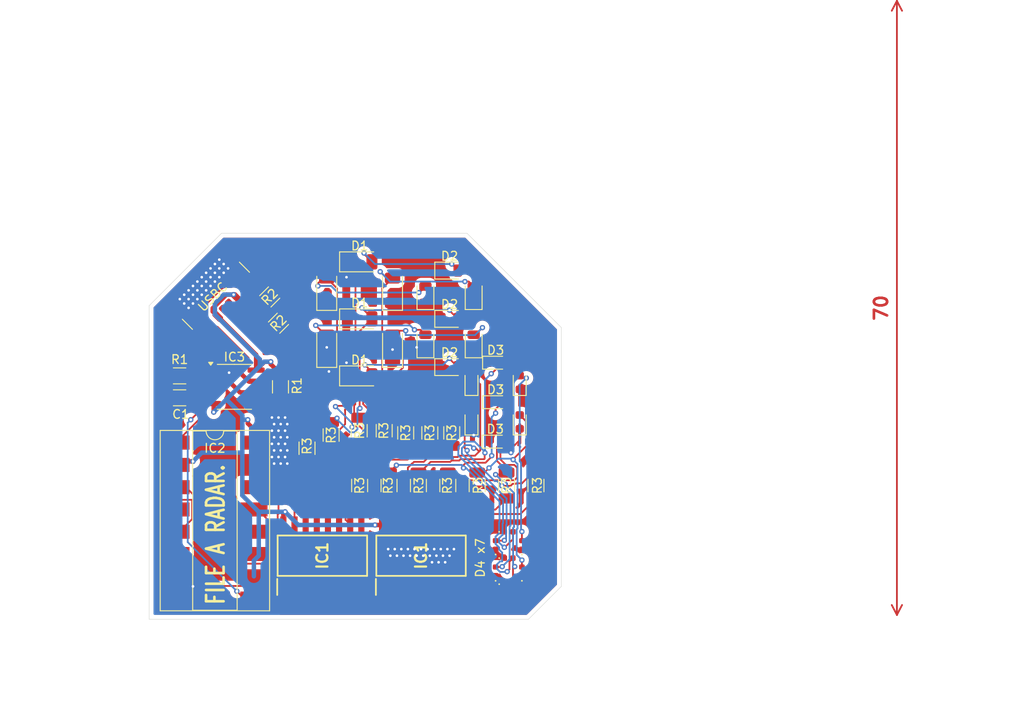
<source format=kicad_pcb>
(kicad_pcb (version 20241228) (generator "pcbnew") (generator_version "9.0")
  (layers (0 "F.Cu" signal) (2 "B.Cu" signal) (13 "F.Paste" user) (15 "B.Paste" user) (5 "F.SilkS" user "F.Silkscreen") (7 "B.SilkS" user "B.Silkscreen") (1 "F.Mask" user) (3 "B.Mask" user) (25 "Edge.Cuts" user))
  (net 0 "")
  (net 1 "Net-(U1-THR)")
  (net 2 "GND")
  (net 3 "/SEG_A2")
  (net 4 "+5V")
  (net 5 "/SEG_B2")
  (net 6 "/SEG_C2")
  (net 7 "/SEG_D2")
  (net 8 "/SEG_E2")
  (net 9 "/SEG_F2")
  (net 10 "/SEG_G2")
  (net 11 "/SEG_A1")
  (net 12 "/SEG_B1")
  (net 13 "/SEG_C1")
  (net 14 "/SEG_D1")
  (net 15 "/SEG_E1")
  (net 16 "/SEG_F1")
  (net 17 "/SEG_G1")
  (net 18 "Net-(U1-DIS)")
  (net 19 "Net-(U1-Q)")
  (net 21 "Net-(IC1-G)")
  (net 22 "Net-(IC1-C_1)")
  (net 23 "Net-(IC1-E)")
  (net 25 "Net-(IC1-C_2)")
  (net 26 "Net-(IC1-B_1)")
  (net 28 "Net-(IC1-A_2)")
  (net 29 "Net-(IC1-A_1)")
  (net 30 "Net-(IC1-D_2)")
  (net 31 "Net-(IC1-F)")
  (net 33 "Net-(IC1-D_1)")
  (net 34 "Net-(IC1-B_2)")
  (net 35 "Net-(IC2-D_2)")
  (net 36 "Net-(IC2-G)")
  (net 37 "Net-(IC2-B_2)")
  (net 39 "Net-(IC2-A_2)")
  (net 40 "Net-(IC2-D_1)")
  (net 41 "Net-(IC2-C_1)")
  (net 42 "Net-(IC2-A_1)")
  (net 43 "Net-(IC2-C_2)")
  (net 44 "Net-(IC2-F)")
  (net 45 "Net-(IC2-E)")
  (net 48 "Net-(IC2-B_1)")
  (net 49 "Net-(J1-CC1)")
  (net 50 "Net-(J1-CC2)")
  (footprint "Diode_SMD:D_1206_3216Metric" (layer "F.Cu") (at 138.75 71.5)
    (property "Reference" "D1")
    (property "Value" "LED")
  )
  (footprint "Diode_SMD:D_0805_2012Metric" (layer "F.Cu") (at 146.25 80.75 90)
    (property "Reference" "D23" (hide yes))
    (property "Value" "LED")
  )
  (footprint "Diode_SMD:D_0402_1005Metric" (layer "F.Cu") (at 157.250003 106.774998 90)
    (property "Reference" "D5" (hide yes))
    (property "Value" "LED")
  )
  (footprint "Diode_SMD:D_0603_1608Metric" (layer "F.Cu") (at 157 85.251 90)
    (property "Reference" "D4" (hide yes))
    (property "Value" "LED")
  )
  (footprint "Capacitor_SMD:C_1206_3216Metric" (layer "F.Cu") (at 118.225 84.5 180)
    (property "Reference" "C1")
    (property "Value" "10uF")
  )
  (footprint "Connector_USB:USB_C_Receptacle_GCT_USB4135-GF-A_6P_TopMnt_Horizontal" (layer "F.Cu") (at 121.5 74.5 -135)
    (property "Reference" "USBC")
    (property "Value" "USB_C_Receptacle_PowerOnly_6P")
  )
  (footprint "Diode_SMD:D_1206_3216Metric" (layer "F.Cu") (at 135 74.75 90)
    (property "Reference" "D26" (hide yes))
    (property "Value" "LED")
  )
  (footprint "Diode_SMD:D_0603_1608Metric" (layer "F.Cu") (at 151.5 89.75 90)
    (property "Reference" "D10" (hide yes))
    (property "Value" "LED")
  )
  (footprint "Diode_SMD:D_0805_2012Metric" (layer "F.Cu") (at 149 83.5)
    (property "Reference" "D2")
    (property "Value" "LED")
  )
  (footprint "Diode_SMD:D_0402_1005Metric" (layer "F.Cu") (at 155.750002 108.250002)
    (property "Reference" "D7" (hide yes))
    (property "Value" "LED")
  )
  (footprint "Package_DIP:DIP-16_W8.89mm_SMDSocket_LongPads" (layer "F.Cu") (at 122.25 101)
    (property "Reference" "IC2")
    (property "Value" "4518")
  )
  (footprint "Diode_SMD:D_0805_2012Metric" (layer "F.Cu") (at 151.75 80.75 90)
    (property "Reference" "D19" (hide yes))
    (property "Value" "LED")
  )
  (footprint "Diode_SMD:D_0402_1005Metric" (layer "F.Cu") (at 154.25 106.775 90)
    (property "Reference" "D9" (hide yes))
    (property "Value" "LED")
  )
  (footprint "Capacitor_SMD:C_1206_3216Metric" (layer "F.Cu") (at 142.1 97 90)
    (property "Reference" "R3")
    (property "Value" "470R")
  )
  (footprint "Diode_SMD:D_0603_1608Metric" (layer "F.Cu") (at 154.251 83.001)
    (property "Reference" "D3")
    (property "Value" "LED")
  )
  (footprint "Capacitor_SMD:C_1206_3216Metric" (layer "F.Cu") (at 149.25 91 90)
    (property "Reference" "R3")
    (property "Value" "470R")
  )
  (footprint "Capacitor_SMD:C_1206_3216Metric" (layer "F.Cu") (at 129.5 78.5 45)
    (property "Reference" "R2")
    (property "Value" "5k1")
  )
  (footprint "Diode_SMD:D_1206_3216Metric" (layer "F.Cu") (at 135 81.25 90)
    (property "Reference" "D24" (hide yes))
    (property "Value" "LED")
  )
  (footprint "Capacitor_SMD:C_1206_3216Metric" (layer "F.Cu") (at 128.5 75.5 45)
    (property "Reference" "R2")
    (property "Value" "5k1")
  )
  (footprint "KiCad:SOIC127P780X200-16N" (layer "F.Cu") (at 145.75 105 90)
    (property "Reference" "IC1")
    (property "Value" "CD4511BNSR" (hide yes))
  )
  (footprint "Diode_SMD:D_1206_3216Metric" (layer "F.Cu") (at 142.5 81.25 90)
    (property "Reference" "D20" (hide yes))
    (property "Value" "LED")
  )
  (footprint "Diode_SMD:D_0603_1608Metric" (layer "F.Cu") (at 157 89.75 90)
    (property "Reference" "D6" (hide yes))
    (property "Value" "LED")
  )
  (footprint "Capacitor_SMD:C_1206_3216Metric" (layer "F.Cu") (at 138.75 97 90)
    (property "Reference" "R3")
    (property "Value" "470R")
  )
  (footprint "Capacitor_SMD:C_1206_3216Metric" (layer "F.Cu") (at 148.8 96.999999 90)
    (property "Reference" "R3")
    (property "Value" "470R")
  )
  (footprint "Capacitor_SMD:C_1206_3216Metric" (layer "F.Cu") (at 158.85 97 90)
    (property "Reference" "R3")
    (property "Value" "470R")
  )
  (footprint "Capacitor_SMD:C_1206_3216Metric" (layer "F.Cu") (at 118.225 87)
    (property "Reference" "R1")
    (property "Value" "1k")
  )
  (footprint "Diode_SMD:D_1206_3216Metric" (layer "F.Cu") (at 138.75 78)
    (property "Reference" "D1")
    (property "Value" "LED")
  )
  (footprint "Package_SO:SOIC-8_3.9x4.9mm_P1.27mm" (layer "F.Cu") (at 124.475 85.75)
    (property "Reference" "IC3")
    (property "Value" "NE555D")
  )
  (footprint "Diode_SMD:D_0805_2012Metric" (layer "F.Cu") (at 149 78)
    (property "Reference" "D2")
    (property "Value" "LED")
  )
  (footprint "Capacitor_SMD:C_1206_3216Metric" (layer "F.Cu") (at 155.5 97 90)
    (property "Reference" "R3")
    (property "Value" "470R")
  )
  (footprint "Diode_SMD:D_0805_2012Metric" (layer "F.Cu") (at 146.25 75.25 90)
    (property "Reference" "D25" (hide yes))
    (property "Value" "LED")
  )
  (footprint "Capacitor_SMD:C_1206_3216Metric" (layer "F.Cu") (at 132.75 92.75 90)
    (property "Reference" "R3")
    (property "Value" "470R")
  )
  (footprint "Diode_SMD:D_0603_1608Metric" (layer "F.Cu") (at 154.2135 92.001)
    (property "Reference" "D3")
    (property "Value" "LED")
  )
  (footprint "KiCad:SOIC127P780X200-16N" (layer "F.Cu") (at 134.5 105 90)
    (property "Reference" "IC1")
    (property "Value" "CD4511BNSR" (hide yes))
  )
  (footprint "Capacitor_SMD:C_1206_3216Metric" (layer "F.Cu") (at 141.549999 90.749999 90)
    (property "Reference" "R3")
    (property "Value" "470R")
  )
  (footprint "Capacitor_SMD:C_1206_3216Metric" (layer "F.Cu") (at 146.75 91 90)
    (property "Reference" "R3")
    (property "Value" "470R")
  )
  (footprint "Capacitor_SMD:C_1206_3216Metric" (layer "F.Cu") (at 129.725 85.75 90)
    (property "Reference" "R1")
    (property "Value" "47k")
  )
  (footprint "Diode_SMD:D_0603_1608Metric" (layer "F.Cu") (at 151.5 85.25 90)
    (property "Reference" "D12" (hide yes))
    (property "Value" "LED")
  )
  (footprint "Capacitor_SMD:C_1206_3216Metric" (layer "F.Cu") (at 145.450001 96.999999 90)
    (property "Reference" "R3")
    (property "Value" "470R")
  )
  (footprint "Capacitor_SMD:C_1206_3216Metric" (layer "F.Cu") (at 135.5 91.25 90)
    (property "Reference" "R3")
    (property "Value" "470R")
  )
  (footprint "Fiducial:Fiducial_0.5mm_Mask1.5mm" (layer "F.Cu") (at 132.5 71)
    (property "Reference" "REF**" (hide yes))
    (property "Value" "Fiducial_0.5mm_Mask1.5mm")
  )
  (footprint "Fiducial:Fiducial_0.5mm_Mask1.5mm" (layer "F.Cu") (at 155.25 77.75)
    (property "Reference" "REF**" (hide yes))
    (property "Value" "Fiducial_0.5mm_Mask1.5mm")
  )
  (footprint "Fiducial:Fiducial_0.5mm_Mask1.5mm" (layer "F.Cu") (at 153 109.5)
    (property "Reference" "REF**" (hide yes))
    (property "Value" "Fiducial_0.5mm_Mask1.5mm")
  )
  (footprint "Diode_SMD:D_0402_1005Metric" (layer "F.Cu") (at 155.75 102.28)
    (property "Reference" "D4 x7")
    (property "Value" "LED")
  )
  (footprint "Diode_SMD:D_1206_3216Metric" (layer "F.Cu") (at 138.75 84.5)
    (property "Reference" "D1")
    (property "Value" "LED")
  )
  (footprint "Diode_SMD:D_0805_2012Metric" (layer "F.Cu") (at 151.75 75.25 90)
    (property "Reference" "D17" (hide yes))
    (property "Value" "LED")
  )
  (footprint "Diode_SMD:D_0402_1005Metric" (layer "F.Cu") (at 155.75 105.275)
    (property "Reference" "D13" (hide yes))
    (property "Value" "LED")
  )
  (footprint "Diode_SMD:D_1206_3216Metric" (layer "F.Cu") (at 142.5 74.75 90)
    (property "Reference" "D18" (hide yes))
    (property "Value" "LED")
  )
  (footprint "Capacitor_SMD:C_1206_3216Metric" (layer "F.Cu") (at 152.15 96.999999 90)
    (property "Reference" "R3")
    (property "Value" "470R")
  )
  (footprint "Capacitor_SMD:C_1206_3216Metric" (layer "F.Cu") (at 144 91 90)
    (property "Reference" "R3")
    (property "Value" "470R")
  )
  (footprint "Diode_SMD:D_0805_2012Metric" (layer "F.Cu") (at 149 72.5)
    (property "Reference" "D2")
    (property "Value" "LED")
  )
  (footprint "Fiducial:Fiducial_0.5mm_Mask1.5mm" (layer "F.Cu") (at 158.5 81)
    (property "Reference" "REF**" (hide yes))
    (property "Value" "Fiducial_0.5mm_Mask1.5mm")
  )
  (footprint "Diode_SMD:D_0603_1608Metric" (layer "F.Cu") (at 154.251 87.501)
    (property "Reference" "D3")
    (property "Value" "LED")
  )
  (footprint "Diode_SMD:D_0402_1005Metric" (layer "F.Cu") (at 154.25 103.775 90)
    (property "Reference" "D11" (hide yes))
    (property "Value" "LED")
  )
  (footprint "Diode_SMD:D_0402_1005Metric" (layer "F.Cu") (at 157.25 103.775 90)
    (property "Reference" "D3" (hide yes))
    (property "Value" "LED")
  )
  (footprint "Capacitor_SMD:C_1206_3216Metric" (layer "F.Cu") (at 138.699999 90.749999 90)
    (property "Reference" "R3")
    (property "Value" "470R")
  )
  (gr_line (start 161.75 108.5) (end 158 112.25) (stroke (width 0.05)) (layer "Edge.Cuts"))
  (gr_line (start 158 112.25) (end 114.75 112.25) (stroke (width 0.05)) (layer "Edge.Cuts"))
  (gr_line (start 151 68.25) (end 161.75 79) (stroke (width 0.05)) (layer "Edge.Cuts"))
  (gr_line (start 161.75 79) (end 161.75 108.5) (stroke (width 0.05)) (layer "Edge.Cuts"))
  (gr_line (start 114.75 112.25) (end 114.75 76.5) (stroke (width 0.05)) (layer "Edge.Cuts"))
  (gr_line (start 123 68.25) (end 132.25 68.25) (stroke (width 0.05)) (layer "Edge.Cuts"))
  (gr_line (start 132.25 68.25) (end 151 68.25) (stroke (width 0.05)) (layer "Edge.Cuts"))
  (gr_line (start 114.75 76.5) (end 123 68.25) (stroke (width 0.05)) (layer "Edge.Cuts"))
  (gr_text "FILE A RADAR." (at 123.5 110.75 90) (layer "F.SilkS") (effects (font (size 2 1.5) (thickness 0.3) (bold yes)) (justify left bottom)))
  (dimension (type orthogonal) (layer "F.Cu") (pts (xy 200 111.75) (xy 200 41.75)) (height 0) (orientation 1) (format (prefix "") (suffix "") (units 3) (units_format 0) (precision 4) (suppress_zeroes yes)) (style (thickness 0.2) (arrow_length 1.27) (text_position_mode 0) (arrow_direction outward) (extension_height 0.58642) (extension_offset 0.5) (keep_text_aligned yes)) (gr_text "70" (at 198.2 76.75 90) (layer "F.Cu") (effects (font (size 1.5 1.5) (thickness 0.3)))))
  (segment (start 123.845244 85.115) (end 125.115244 86.385) (width 0.508) (layer "F.Cu") (net 1))
  (segment (start 120.565 85.365) (end 119.7 84.5) (width 0.508) (layer "F.Cu") (net 1))
  (segment (start 122 85.115) (end 120.815 85.115) (width 0.508) (layer "F.Cu") (net 1))
  (segment (start 120.815 85.115) (end 120.565 85.365) (width 0.508) (layer "F.Cu") (net 1))
  (segment (start 119.7 86.23) (end 120.565 85.365) (width 0.508) (layer "F.Cu") (net 1))
  (segment (start 119.7 87) (end 119.7 86.23) (width 0.508) (layer "F.Cu") (net 1))
  (segment (start 122 85.115) (end 123.845244 85.115) (width 0.508) (layer "F.Cu") (net 1))
  (segment (start 125.115244 86.385) (end 126.95 86.385) (width 0.508) (layer "F.Cu") (net 1))
  (segment (start 156 93.25) (end 156 92.824791) (width 0.2) (layer "F.Cu") (net 2))
  (segment (start 156.999999 91.824792) (end 156.999999 90.5375) (width 0.2) (layer "F.Cu") (net 2))
  (segment (start 137.35 84.5) (end 137.35 83.1) (width 0.2) (layer "F.Cu") (net 2))
  (segment (start 151.499999 90.5375) (end 151.499999 90.999999) (width 0.2) (layer "F.Cu") (net 2))
  (segment (start 156 92.824791) (end 156.999999 91.824792) (width 0.2) (layer "F.Cu") (net 2))
  (segment (start 137.35 83.1) (end 137.25 83) (width 0.2) (layer "F.Cu") (net 2))
  (segment (start 151.499999 90.999999) (end 151.75 91.25) (width 0.2) (layer "F.Cu") (net 2))
  (via (at 122.75 72.25) (size 0.6) (drill 0.3) (layers "F.Cu" "B.Cu") (net 2))
  (via (at 123.865244 84.135) (size 0.6) (drill 0.3) (layers "F.Cu" "B.Cu") (net 2))
  (via (at 145.25 81.25) (size 0.6) (drill 0.3) (layers "F.Cu" "B.Cu") (net 2))
  (via (at 143.5 104.25) (size 0.6) (drill 0.3) (layers "F.Cu" "B.Cu") (net 2))
  (via (at 129 91.5) (size 0.6) (drill 0.3) (layers "F.Cu" "B.Cu") (net 2))
  (via (at 129.5 92.25) (size 0.6) (drill 0.3) (layers "F.Cu" "B.Cu") (net 2))
  (via (at 143 105) (size 0.6) (drill 0.3) (layers "F.Cu" "B.Cu") (net 2))
  (via (at 119.75 75.25) (size 0.6) (drill 0.3) (layers "F.Cu" "B.Cu") (net 2))
  (via (at 129.75 94.5) (size 0.6) (drill 0.3) (layers "F.Cu" "B.Cu") (net 2))
  (via (at 122.75 73.25) (size 0.6) (drill 0.3) (layers "F.Cu" "B.Cu") (net 2))
  (via (at 128.75 93.75) (size 0.6) (drill 0.3) (layers "F.Cu" "B.Cu") (net 2))
  (via (at 122.25 72.75) (size 0.6) (drill 0.3) (layers "F.Cu" "B.Cu") (net 2))
  (via (at 121.75 72.25) (size 0.6) (drill 0.3) (layers "F.Cu" "B.Cu") (net 2))
  (via (at 143.75 105) (size 0.6) (drill 0.3) (layers "F.Cu" "B.Cu") (net 2))
  (via (at 129.5 93.75) (size 0.6) (drill 0.3) (layers "F.Cu" "B.Cu") (net 2))
  (via (at 135.25 84) (size 0.6) (drill 0.3) (layers "F.Cu" "B.Cu") (net 2))
  (via (at 121.25 73.75) (size 0.6) (drill 0.3) (layers "F.Cu" "B.Cu") (net 2))
  (via (at 121.75 74.25) (size 0.6) (drill 0.3) (layers "F.Cu" "B.Cu") (net 2))
  (via (at 119.25 76.75) (size 0.6) (drill 0.3) (layers "F.Cu" "B.Cu") (net 2))
  (via (at 119.75 76.25) (size 0.6) (drill 0.3) (layers "F.Cu" "B.Cu") (net 2))
  (via (at 146.5 104.25) (size 0.6) (drill 0.3) (layers "F.Cu" "B.Cu") (net 2))
  (via (at 119.75 74.25) (size 0.6) (drill 0.3) (layers "F.Cu" "B.Cu") (net 2))
  (via (at 147.25 104.25) (size 0.6) (drill 0.3) (layers "F.Cu" "B.Cu") (net 2))
  (via (at 123.25 72.75) (size 0.6) (drill 0.3) (layers "F.Cu" "B.Cu") (net 2))
  (via (at 151.75 91.25) (size 0.6) (drill 0.3) (layers "F.Cu" "B.Cu") (net 2))
  (via (at 120.25 74.75) (size 0.6) (drill 0.3) (layers "F.Cu" "B.Cu") (net 2))
  (via (at 120.25 73.75) (size 0.6) (drill 0.3) (layers "F.Cu" "B.Cu") (net 2))
  (via (at 148.5 105.75) (size 0.6) (drill 0.3) (layers "F.Cu" "B.Cu") (net 2))
  (via (at 145.25 105) (size 0.6) (drill 0.3) (layers "F.Cu" "B.Cu") (net 2))
  (via (at 146.75 105) (size 0.6) (drill 0.3) (layers "F.Cu" "B.Cu") (net 2))
  (via (at 129 93) (size 0.6) (drill 0.3) (layers "F.Cu" "B.Cu") (net 2))
  (via (at 145.75 104.25) (size 0.6) (drill 0.3) (layers "F.Cu" "B.Cu") (net 2))
  (via (at 144.5 105) (size 0.6) (drill 0.3) (layers "F.Cu" "B.Cu") (net 2))
  (via (at 147 105.75) (size 0.6) (drill 0.3) (layers "F.Cu" "B.Cu") (net 2))
  (via (at 122.25 73.75) (size 0.6) (drill 0.3) (layers "F.Cu" "B.Cu") (net 2))
  (via (at 148.75 104.25) (size 0.6) (drill 0.3) (layers "F.Cu" "B.Cu") (net 2))
  (via (at 130.25 92.25) (size 0.6) (drill 0.3) (layers "F.Cu" "B.Cu") (net 2))
  (via (at 118.75 75.25) (size 0.6) (drill 0.3) (layers "F.Cu" "B.Cu") (net 2))
  (via (at 122.25 71.75) (size 0.6) (drill 0.3) (layers "F.Cu" "B.Cu") (net 2))
  (via (at 129.75 91.5) (size 0.6) (drill 0.3) (layers "F.Cu" "B.Cu") (net 2))
  (via (at 147.5 105) (size 0.6) (drill 0.3) (layers "F.Cu" "B.Cu") (net 2))
  (via (at 137.25 83) (size 0.6) (drill 0.3) (layers "F.Cu" "B.Cu") (net 2))
  (via (at 142.5 81.5) (size 0.6) (drill 0.3) (layers "F.Cu" "B.Cu") (net 2))
  (via (at 130.25 89.25) (size 0.6) (drill 0.3) (layers "F.Cu" "B.Cu") (net 2))
  (via (at 137.25 73.25) (size 0.6) (drill 0.3) (layers "F.Cu" "B.Cu") (net 2))
  (via (at 120.25 75.75) (size 0.6) (drill 0.3) (layers "F.Cu" "B.Cu") (net 2))
  (via (at 129.75 90) (size 0.6) (drill 0.3) (layers "F.Cu" "B.Cu") (net 2))
  (via (at 120.75 75.25) (size 0.6) (drill 0.3) (layers "F.Cu" "B.Cu") (net 2))
  (via (at 142 104.25) (size 0.6) (drill 0.3) (layers "F.Cu" "B.Cu") (net 2))
  (via (at 121.75 73.25) (size 0.6) (drill 0.3) (layers "F.Cu" "B.Cu") (net 2))
  (via (at 120.75 74.25) (size 0.6) (drill 0.3) (layers "F.Cu" "B.Cu") (net 2))
  (via (at 123.75 72.25) (size 0.6) (drill 0.3) (layers "F.Cu" "B.Cu") (net 2))
  (via (at 142.75 104.25) (size 0.6) (drill 0.3) (layers "F.Cu" "B.Cu") (net 2))
  (via (at 123.25 71.75) (size 0.6) (drill 0.3) (layers "F.Cu" "B.Cu") (net 2))
  (via (at 130.5 93) (size 0.6) (drill 0.3) (layers "F.Cu" "B.Cu") (net 2))
  (via (at 130.5 94.5) (size 0.6) (drill 0.3) (layers "F.Cu" "B.Cu") (net 2))
  (via (at 129.75 93) (size 0.6) (drill 0.3) (layers "F.Cu" "B.Cu") (net 2))
  (via (at 118.25 75.75) (size 0.6) (drill 0.3) (layers "F.Cu" "B.Cu") (net 2))
  (via (at 122.75 71.25) (size 0.6) (drill 0.3) (layers "F.Cu" "B.Cu") (net 2))
  (via (at 121.25 74.75) (size 0.6) (drill 0.3) (layers "F.Cu" "B.Cu") (net 2))
  (via (at 128.75 90.75) (size 0.6) (drill 0.3) (layers "F.Cu" "B.Cu") (net 2))
  (via (at 128.75 92.25) (size 0.6) (drill 0.3) (layers "F.Cu" "B.Cu") (net 2))
  (via (at 148.25 105) (size 0.6) (drill 0.3) (layers "F.Cu" "B.Cu") (net 2))
  (via (at 129.5 89.25) (size 0.6) (drill 0.3) (layers "F.Cu" "B.Cu") (net 2))
  (via (at 149 105) (size 0.6) (drill 0.3) (layers "F.Cu" "B.Cu") (net 2))
  (via (at 130.25 90.75) (size 0.6) (drill 0.3) (layers "F.Cu" "B.Cu") (net 2))
  (via (at 118.75 76.25) (size 0.6) (drill 0.3) (layers "F.Cu" "B.Cu") (net 2))
  (via (at 119.75 108.5) (size 0.6) (drill 0.3) (layers "F.Cu" "B.Cu") (net 2))
  (via (at 130.5 91.5) (size 0.6) (drill 0.3) (layers "F.Cu" "B.Cu") (net 2))
  (via (at 119.25 75.75) (size 0.6) (drill 0.3) (layers "F.Cu" "B.Cu") (net 2))
  (via (at 135 81.25) (size 0.6) (drill 0.3) (layers "F.Cu" "B.Cu") (net 2))
  (via (at 156 93.25) (size 0.6) (drill 0.3) (layers "F.Cu" "B.Cu") (net 2))
  (via (at 144.25 104.25) (size 0.6) (drill 0.3) (layers "F.Cu" "B.Cu") (net 2))
  (via (at 129 94.5) (size 0.6) (drill 0.3) (layers "F.Cu" "B.Cu") (net 2))
  (via (at 145 104.25) (size 0.6) (drill 0.3) (layers "F.Cu" "B.Cu") (net 2))
  (via (at 130.5 90) (size 0.6) (drill 0.3) (layers "F.Cu" "B.Cu") (net 2))
  (via (at 120.75 73.25) (size 0.6) (drill 0.3) (layers "F.Cu" "B.Cu") (net 2))
  (via (at 148 104.25) (size 0.6) (drill 0.3) (layers "F.Cu" "B.Cu") (net 2))
  (via (at 129 90) (size 0.6) (drill 0.3) (layers "F.Cu" "B.Cu") (net 2))
  (via (at 128.75 89.25) (size 0.6) (drill 0.3) (layers "F.Cu" "B.Cu") (net 2))
  (via (at 121.25 72.75) (size 0.6) (drill 0.3) (layers "F.Cu" "B.Cu") (net 2))
  (via (at 149.5 104.25) (size 0.6) (drill 0.3) (layers "F.Cu" "B.Cu") (net 2))
  (via (at 119.25 74.75) (size 0.6) (drill 0.3) (layers "F.Cu" "B.Cu") (net 2))
  (via (at 130.25 93.75) (size 0.6) (drill 0.3) (layers "F.Cu" "B.Cu") (net 2))
  (via (at 146 105) (size 0.6) (drill 0.3) (layers "F.Cu" "B.Cu") (net 2))
  (via (at 142.25 105) (size 0.6) (drill 0.3) (layers "F.Cu" "B.Cu") (net 2))
  (via (at 129.5 90.75) (size 0.6) (drill 0.3) (layers "F.Cu" "B.Cu") (net 2))
  (via (at 147.75 105.75) (size 0.6) (drill 0.3) (layers "F.Cu" "B.Cu") (net 2))
  (segment (start 155.247 104.050003) (end 155.29694 104.050003) (width 0.2) (layer "F.Cu") (net 3))
  (segment (start 149.0822 94.302) (end 149.2332 94.151) (width 0.2) (layer "F.Cu") (net 3))
  (segment (start 145.450001 95.524999) (end 145.623501 95.524999) (width 0.2) (layer "F.Cu") (net 3))
  (segment (start 149.2332 94.151) (end 150.099 94.151) (width 0.2) (layer "F.Cu") (net 3))
  (segment (start 146.8465 94.302) (end 149.0822 94.302) (width 0.2) (layer "F.Cu") (net 3))
  (segment (start 153 93.304986) (end 153.036657 93.268329) (width 0.2) (layer "F.Cu") (net 3))
  (segment (start 153.7895 84.25) (end 155.0385 83.001) (width 0.2) (layer "F.Cu") (net 3))
  (segment (start 155.29694 104.050003) (end 156.235001 103.111942) (width 0.2) (layer "F.Cu") (net 3))
  (segment (start 156.235001 103.111942) (end 156.235001 102.28) (width 0.2) (layer "F.Cu") (net 3))
  (segment (start 153 93.5) (end 153 93.304986) (width 0.2) (layer "F.Cu") (net 3))
  (segment (start 150.099 94.151) (end 150.25 94) (width 0.2) (layer "F.Cu") (net 3))
  (segment (start 152.9329 94) (end 153 93.9329) (width 0.2) (layer "F.Cu") (net 3))
  (segment (start 153.75 84.25) (end 153.7895 84.25) (width 0.2) (layer "F.Cu") (net 3))
  (segment (start 150.25 94) (end 152.9329 94) (width 0.2) (layer "F.Cu") (net 3))
  (segment (start 145.623501 95.524999) (end 146.8465 94.302) (width 0.2) (layer "F.Cu") (net 3))
  (segment (start 153 93.9329) (end 153 93.5) (width 0.2) (layer "F.Cu") (net 3))
  (via (at 155.247 104.050003) (size 0.6) (drill 0.3) (layers "F.Cu" "B.Cu") (net 3))
  (via (at 153.036657 93.268329) (size 0.6) (drill 0.3) (layers "F.Cu" "B.Cu") (net 3))
  (via (at 153.75 84.25) (size 0.6) (drill 0.3) (layers "F.Cu" "B.Cu") (net 3))
  (segment (start 155.045 102.649) (end 154.998057 102.649) (width 0.2) (layer "B.Cu") (net 3))
  (segment (start 149.998 92.583957) (end 149.998 93.498) (width 0.2) (layer "B.Cu") (net 3))
  (segment (start 155.099 98.651) (end 155.099 101.282657) (width 0.2) (layer "B.Cu") (net 3))
  (segment (start 150.584957 91.997) (end 149.998 92.583957) (width 0.2) (layer "B.Cu") (net 3))
  (segment (start 150 93.5) (end 150 93.552) (width 0.2) (layer "B.Cu") (net 3))
  (segment (start 153.036657 84.963343) (end 153.75 84.25) (width 0.2) (layer "B.Cu") (net 3))
  (segment (start 154.998057 102.649) (end 154.646 103.001057) (width 0.2) (layer "B.Cu") (net 3))
  (segment (start 149.998 93.498) (end 150 93.5) (width 0.2) (layer "B.Cu") (net 3))
  (segment (start 155.045 101.336657) (end 155.045 102.649) (width 0.2) (layer "B.Cu") (net 3))
  (segment (start 153.036657 93.268329) (end 153.036657 84.963343) (width 0.2) (layer "B.Cu") (net 3))
  (segment (start 155.25 103.851) (end 155.25 103.997063) (width 0.2) (layer "B.Cu") (net 3))
  (segment (start 154.646 103.001057) (end 154.646 103.498943) (width 0.2) (layer "B.Cu") (net 3))
  (segment (start 155.25 103.997063) (end 155.19706 104.050003) (width 0.2) (layer "B.Cu") (net 3))
  (segment (start 155.099 101.282657) (end 155.045 101.336657) (width 0.2) (layer "B.Cu") (net 3))
  (segment (start 151.859267 91.997) (end 150.584957 91.997) (width 0.2) (layer "B.Cu") (net 3))
  (segment (start 154.998057 103.851) (end 155.25 103.851) (width 0.2) (layer "B.Cu") (net 3))
  (segment (start 155.19706 104.050003) (end 155.247 104.050003) (width 0.2) (layer "B.Cu") (net 3))
  (segment (start 153.036657 93.17439) (end 151.859267 91.997) (width 0.2) (layer "B.Cu") (net 3))
  (segment (start 154.646 103.498943) (end 154.998057 103.851) (width 0.2) (layer "B.Cu") (net 3))
  (segment (start 150 93.552) (end 155.099 98.651) (width 0.2) (layer "B.Cu") (net 3))
  (segment (start 153.036657 93.268329) (end 153.036657 93.17439) (width 0.2) (layer "B.Cu") (net 3))
  (segment (start 126.695 90.605) (end 126.695 92.11) (width 0.508) (layer "F.Cu") (net 4))
  (segment (start 128.615244 82.885) (end 127.91 82.885) (width 0.508) (layer "F.Cu") (net 4))
  (segment (start 122 76.796606) (end 123.563551 75.233055) (width 0.508) (layer "F.Cu") (net 4))
  (segment (start 127.91 82.885) (end 126.95 83.845) (width 0.508) (layer "F.Cu") (net 4))
  (segment (start 128.615244 83.165244) (end 129.725 84.275) (width 0.508) (layer "F.Cu") (net 4))
  (segment (start 122 77.149604) (end 122 76.796606) (width 0.508) (layer "F.Cu") (net 4))
  (segment (start 122.115244 87.770244) (end 122 87.655) (width 0.508) (layer "F.Cu") (net 4))
  (segment (start 118.205 94.25) (end 117.805 94.65) (width 0.508) (layer "F.Cu") (net 4))
  (segment (start 126.95 82.099604) (end 122.569499 77.719103) (width 0.508) (layer "F.Cu") (net 4))
  (segment (start 126 89.5) (end 126 89.91) (width 0.508) (layer "F.Cu") (net 4))
  (segment (start 128.615244 82.885) (end 128.615244 83.165244) (width 0.508) (layer "F.Cu") (net 4))
  (segment (start 124.719101 75.5695) (end 124.382656 75.233055) (width 0.508) (layer "F.Cu") (net 4))
  (segment (start 130.055 100.195) (end 130.055 101.438) (width 0.508) (layer "F.Cu") (net 4))
  (segment (start 123.563551 75.233055) (end 124.382656 75.233055) (width 0.508) (layer "F.Cu") (net 4))
  (segment (start 119.75 94.25) (end 118.205 94.25) (width 0.508) (layer "F.Cu") (net 4))
  (segment (start 122.569499 77.719103) (end 122 77.149604) (width 0.508) (layer "F.Cu") (net 4))
  (segment (start 122.115244 88.635) (end 122.115244 87.770244) (width 0.508) (layer "F.Cu") (net 4))
  (segment (start 141.243 101.5) (end 141.305 101.438) (width 0.508) (layer "F.Cu") (net 4))
  (segment (start 126 89.91) (end 126.695 90.605) (width 0.508) (layer "F.Cu") (net 4))
  (segment (start 140.5 101.5) (end 141.243 101.5) (width 0.508) (layer "F.Cu") (net 4))
  (segment (start 130.25 100) (end 130.055 100.195) (width 0.508) (layer "F.Cu") (net 4))
  (segment (start 126.95 83.845) (end 126.95 82.099604) (width 0.508) (layer "F.Cu") (net 4))
  (via (at 130.25 100) (size 0.6) (drill 0.3) (layers "F.Cu" "B.Cu") (net 4))
  (via (at 140.5 101.5) (size 0.6) (drill 0.3) (layers "F.Cu" "B.Cu") (net 4))
  (via (at 122.115244 88.635) (size 0.6) (drill 0.3) (layers "F.Cu" "B.Cu") (net 4))
  (via (at 126 89.5) (size 0.6) (drill 0.3) (layers "F.Cu" "B.Cu") (net 4))
  (via (at 128.615244 82.885) (size 0.6) (drill 0.3) (layers "F.Cu" "B.Cu") (net 4))
  (via (at 119.75 94.25) (size 0.6) (drill 0.3) (layers "F.Cu" "B.Cu") (net 4))
  (via (at 124.382656 75.233055) (size 0.6) (drill 0.3) (layers "F.Cu" "B.Cu") (net 4))
  (segment (start 127.375122 83.375122) (end 127.865244 82.885) (width 0.508) (layer "B.Cu") (net 4))
  (segment (start 122.115244 88.635) (end 123.500122 87.250122) (width 0.508) (layer "B.Cu") (net 4))
  (segment (start 125.375 93.25) (end 125.375 89) (width 0.508) (layer "B.Cu") (net 4))
  (segment (start 127.25 100) (end 125.375 98.125) (width 0.508) (layer "B.Cu") (net 4))
  (segment (start 120.75 93.25) (end 119.75 94.25) (width 0.508) (layer "B.Cu") (net 4))
  (segment (start 126.695 105.555) (end 127.25 105) (width 0.508) (layer "B.Cu") (net 4))
  (segment (start 123.500122 87.250122) (end 123.625122 87.250122) (width 0.508) (layer "B.Cu") (net 4))
  (segment (start 124.382656 75.233055) (end 123.266945 75.233055) (width 0.508) (layer "B.Cu") (net 4))
  (segment (start 130.25 100) (end 127.25 100) (width 0.508) (layer "B.Cu") (net 4))
  (segment (start 125.375 89.5) (end 126 89.5) (width 0.508) (layer "B.Cu") (net 4))
  (segment (start 122.25 76.25) (end 122.25 77.5) (width 0.508) (layer "B.Cu") (net 4))
  (segment (start 125.375 89) (end 125.375 89.5) (width 0.508) (layer "B.Cu") (net 4))
  (segment (start 127.25 105) (end 127.25 100) (width 0.508) (layer "B.Cu") (net 4))
  (segment (start 122.25 77.5) (end 127.375122 82.625122) (width 0.508) (layer "B.Cu") (net 4))
  (segment (start 123.500122 87.250122) (end 127.375122 83.375122) (width 0.508) (layer "B.Cu") (net 4))
  (segment (start 127.375122 82.625122) (end 127.375122 83.375122) (width 0.508) (layer "B.Cu") (net 4))
  (segment (start 125.375 93.25) (end 120.75 93.25) (width 0.508) (layer "B.Cu") (net 4))
  (segment (start 130.25 100) (end 131.75 101.5) (width 0.508) (layer "B.Cu") (net 4))
  (segment (start 126.695 107.35) (end 126.695 105.555) (width 0.508) (layer "B.Cu") (net 4))
  (segment (start 123.625122 87.250122) (end 125.375 89) (width 0.508) (layer "B.Cu") (net 4))
  (segment (start 131.75 101.5) (end 140.5 101.5) (width 0.508) (layer "B.Cu") (net 4))
  (segment (start 123.266945 75.233055) (end 122.25 76.25) (width 0.508) (layer "B.Cu") (net 4))
  (segment (start 127.865244 82.885) (end 128.615244 82.885) (width 0.508) (layer "B.Cu") (net 4))
  (segment (start 125.375 89.5) (end 125.375 90.875) (width 0.508) (layer "B.Cu") (net 4))
  (segment (start 125.375 98.125) (end 125.375 93.25) (width 0.508) (layer "B.Cu") (net 4))
  (segment (start 156.701 96.08516) (end 156.701 94.96484) (width 0.2) (layer "F.Cu") (net 5))
  (segment (start 156.223999 85.239502) (end 157.000001 84.4635) (width 0.2) (layer "F.Cu") (net 5))
  (segment (start 155.2181 93) (end 156.223999 91.994101) (width 0.2) (layer "F.Cu") (net 5))
  (segment (start 155.425 94.649) (end 154.802 94.026) (width 0.2) (layer "F.Cu") (net 5))
  (segment (start 156.701 94.96484) (end 156.38516 94.649) (width 0.2) (layer "F.Cu") (net 5))
  (segment (start 157.75 84.75) (end 157.286501 84.75) (width 0.2) (layer "F.Cu") (net 5))
  (segment (start 149.676001 96.401) (end 156.38516 96.401) (width 0.2) (layer "F.Cu") (net 5))
  (segment (start 157.25 103.289999) (end 157.25 102.25) (width 0.2) (layer "F.Cu") (net 5))
  (segment (start 156.38516 96.401) (end 156.701 96.08516) (width 0.2) (layer "F.Cu") (net 5))
  (segment (start 157.286501 84.75) (end 157.000001 84.4635) (width 0.2) (layer "F.Cu") (net 5))
  (segment (start 154.802 94.026) (end 154.802 93) (width 0.2) (layer "F.Cu") (net 5))
  (segment (start 148.8 95.524999) (end 149.676001 96.401) (width 0.2) (layer "F.Cu") (net 5))
  (segment (start 156.223999 91.994101) (end 156.223999 85.239502) (width 0.2) (layer "F.Cu") (net 5))
  (segment (start 154.802 93) (end 155.2181 93) (width 0.2) (layer "F.Cu") (net 5))
  (segment (start 156.38516 94.649) (end 155.425 94.649) (width 0.2) (layer "F.Cu") (net 5))
  (via (at 157.75 84.75) (size 0.6) (drill 0.3) (layers "F.Cu" "B.Cu") (net 5))
  (via (at 157.25 102.25) (size 0.6) (drill 0.3) (layers "F.Cu" "B.Cu") (net 5))
  (segment (start 157 92.601829) (end 157.072905 92.601829) (width 0.2) (layer "B.Cu") (net 5))
  (segment (start 157.153 97.5188) (end 157.151 97.5168) (width 0.2) (layer "B.Cu") (net 5))
  (segment (start 157 85.5) (end 157.75 84.75) (width 0.2) (layer "B.Cu") (net 5))
  (segment (start 157.072905 91.399829) (end 157 91.399829) (width 0.2) (layer "B.Cu") (net 5))
  (segment (start 157.151 97.5168) (end 157.151 94.3829) (width 0.2) (layer "B.Cu") (net 5))
  (segment (start 157 94.2319) (end 157 92.601829) (width 0.2) (layer "B.Cu") (net 5))
  (segment (start 157.153 102.064157) (end 157.153 97.5188) (width 0.2) (layer "B.Cu") (net 5))
  (segment (start 157.072905 92.601829) (end 157 92.528924) (width 0.2) (layer "B.Cu") (net 5))
  (segment (start 157.151 94.3829) (end 157 94.2319) (width 0.2) (layer "B.Cu") (net 5))
  (segment (start 157 91.472734) (end 157.072905 91.399829) (width 0.2) (layer "B.Cu") (net 5))
  (segment (start 157 92.528924) (end 157 91.472734) (width 0.2) (layer "B.Cu") (net 5))
  (segment (start 157.108578 102.108578) (end 157.153 102.064157) (width 0.2) (layer "B.Cu") (net 5))
  (segment (start 157.25 102.25) (end 157.108578 102.108578) (width 0.2) (layer "B.Cu") (net 5))
  (segment (start 157 91.399829) (end 157 85.5) (width 0.2) (layer "B.Cu") (net 5))
  (segment (start 157.775999 92.474001) (end 157.775999 89.738498) (width 0.2) (layer "F.Cu") (net 6))
  (segment (start 152.975001 95.524999) (end 153.5 95) (width 0.2) (layer "F.Cu") (net 6))
  (segment (start 157.250003 106.289997) (end 157.250003 105.500003) (width 0.2) (layer "F.Cu") (net 6))
  (segment (start 157.775999 89.738498) (end 157.000001 88.9625) (width 0.2) (layer "F.Cu") (net 6))
  (segment (start 156.25 94) (end 157.775999 92.474001) (width 0.2) (layer "F.Cu") (net 6))
  (segment (start 156.25 94.049) (end 156.25 94) (width 0.2) (layer "F.Cu") (net 6))
  (segment (start 152.15 95.524999) (end 152.975001 95.524999) (width 0.2) (layer "F.Cu") (net 6))
  (segment (start 157.250003 105.500003) (end 157.25 105.5) (width 0.2) (layer "F.Cu") (net 6))
  (via (at 156.25 94.049) (size 0.6) (drill 0.3) (layers "F.Cu" "B.Cu") (net 6))
  (via (at 157.25 105.5) (size 0.6) (drill 0.3) (layers "F.Cu" "B.Cu") (net 6))
  (via (at 153.5 95) (size 0.6) (drill 0.3) (layers "F.Cu" "B.Cu") (net 6))
  (segment (start 154.562265 93.937735) (end 153.5 95) (width 0.2) (layer "B.Cu") (net 6))
  (segment (start 156.138735 93.937735) (end 154.562265 93.937735) (width 0.2) (layer "B.Cu") (net 6))
  (segment (start 156.752 101.565857) (end 156.752 98.0171) (width 0.2) (layer "B.Cu") (net 6))
  (segment (start 156.752 98.0171) (end 156.752 97.6849) (width 0.2) (layer "B.Cu") (net 6))
  (segment (start 156.752 97.6849) (end 156.75 97.6829) (width 0.2) (layer "B.Cu") (net 6))
  (segment (start 156.649 104.899) (end 156.649 102.001057) (width 0.2) (layer "B.Cu") (net 6))
  (segment (start 156.75 97.6829) (end 156.75 94.549) (width 0.2) (layer "B.Cu") (net 6))
  (segment (start 157.25 105.5) (end 156.649 104.899) (width 0.2) (layer "B.Cu") (net 6))
  (segment (start 156.75 94.549) (end 156.25 94.049) (width 0.2) (layer "B.Cu") (net 6))
  (segment (start 156.752 101.898057) (end 156.752 101.565857) (width 0.2) (layer "B.Cu") (net 6))
  (segment (start 156.25 94.049) (end 156.138735 93.937735) (width 0.2) (layer "B.Cu") (net 6))
  (segment (start 156.649 102.001057) (end 156.752 101.898057) (width 0.2) (layer "B.Cu") (net 6))
  (segment (start 155.5 95.525) (end 155.5 95.25) (width 0.2) (layer "F.Cu") (net 7))
  (segment (start 154.25 95.75) (end 155.275 95.75) (width 0.2) (layer "F.Cu") (net 7))
  (segment (start 155.2589 95.05) (end 154.401 94.1921) (width 0.2) (layer "F.Cu") (net 7))
  (segment (start 154.401 92.601) (end 155.001 92.001) (width 0.2) (layer "F.Cu") (net 7))
  (segment (start 156.235003 106.43441) (end 156.430003 106.23941) (width 0.2) (layer "F.Cu") (net 7))
  (segment (start 155.3 95.05) (end 155.2589 95.05) (width 0.2) (layer "F.Cu") (net 7))
  (segment (start 154.401 94.1921) (end 154.401 92.601) (width 0.2) (layer "F.Cu") (net 7))
  (segment (start 155.275 95.75) (end 155.5 95.525) (width 0.2) (layer "F.Cu") (net 7))
  (segment (start 156.235003 108.250002) (end 156.235003 106.43441) (width 0.2) (layer "F.Cu") (net 7))
  (segment (start 155.5 95.25) (end 155.3 95.05) (width 0.2) (layer "F.Cu") (net 7))
  (via (at 154.25 95.75) (size 0.6) (drill 0.3) (layers "F.Cu" "B.Cu") (net 7))
  (via (at 156.430003 106.23941) (size 0.6) (drill 0.3) (layers "F.Cu" "B.Cu") (net 7))
  (segment (start 156.351 101.731957) (end 156.351 97.851) (width 0.2) (layer "B.Cu") (net 7))
  (segment (start 156.430003 106.23941) (end 156.248 106.057407) (width 0.2) (layer "B.Cu") (net 7))
  (segment (start 155.566744 97.066744) (end 155.566744 96.785314) (width 0.2) (layer "B.Cu") (net 7))
  (segment (start 155.214687 96.433257) (end 154.933257 96.433257) (width 0.2) (layer "B.Cu") (net 7))
  (segment (start 155.566744 96.785314) (end 155.214687 96.433257) (width 0.2) (layer "B.Cu") (net 7))
  (segment (start 154.933257 96.433257) (end 154.25 95.75) (width 0.2) (layer "B.Cu") (net 7))
  (segment (start 156.248 106.057407) (end 156.248 101.834957) (width 0.2) (layer "B.Cu") (net 7))
  (segment (start 156.351 97.851) (end 155.566744 97.066744) (width 0.2) (layer "B.Cu") (net 7))
  (segment (start 156.248 101.834957) (end 156.351 101.731957) (width 0.2) (layer "B.Cu") (net 7))
  (segment (start 150.723999 89.738502) (end 150.723999 92.722999) (width 0.2) (layer "F.Cu") (net 8))
  (segment (start 156.198 96.802) (end 156.55126 96.802) (width 0.2) (layer "F.Cu") (net 8))
  (segment (start 156.55126 96.802) (end 156.60326 96.75) (width 0.2) (layer "F.Cu") (net 8))
  (segment (start 157.25 96.75) (end 158.475 95.525) (width 0.2) (layer "F.Cu") (net 8))
  (segment (start 154.965744 97.034257) (end 155.965743 97.034257) (width 0.2) (layer "F.Cu") (net 8))
  (segment (start 154.25 106.289999) (end 154.960001 106.289999) (width 0.2) (layer "F.Cu") (net 8))
  (segment (start 155.965743 97.034257) (end 156.198 96.802) (width 0.2) (layer "F.Cu") (net 8))
  (segment (start 158.475 95.525) (end 158.85 95.525) (width 0.2) (layer "F.Cu") (net 8))
  (segment (start 151.500001 88.9625) (end 150.723999 89.738502) (width 0.2) (layer "F.Cu") (net 8))
  (segment (start 156.60326 96.75) (end 157.25 96.75) (width 0.2) (layer "F.Cu") (net 8))
  (segment (start 150.723999 92.722999) (end 151 92.999) (width 0.2) (layer "F.Cu") (net 8))
  (segment (start 154.960001 106.289999) (end 155 106.25) (width 0.2) (layer "F.Cu") (net 8))
  (via (at 154.965744 97.034257) (size 0.6) (drill 0.3) (layers "F.Cu" "B.Cu") (net 8))
  (via (at 151 92.999) (size 0.6) (drill 0.3) (layers "F.Cu" "B.Cu") (net 8))
  (via (at 155 106.25) (size 0.6) (drill 0.3) (layers "F.Cu" "B.Cu") (net 8))
  (segment (start 154.965744 97.034257) (end 155.95 98.018513) (width 0.2) (layer "B.Cu") (net 8))
  (segment (start 154.431487 96.5) (end 154.150057 96.5) (width 0.2) (layer "B.Cu") (net 8))
  (segment (start 154.965744 97.034257) (end 154.431487 96.5) (width 0.2) (layer "B.Cu") (net 8))
  (segment (start 154.150057 96.5) (end 151 93.349943) (width 0.2) (layer "B.Cu") (net 8))
  (segment (start 155.95 98.018513) (end 155.95 101.565857) (width 0.2) (layer "B.Cu") (net 8))
  (segment (start 155.95 101.565857) (end 155.847 101.668857) (width 0.2) (layer "B.Cu") (net 8))
  (segment (start 155.847 105.403) (end 155 106.25) (width 0.2) (layer "B.Cu") (net 8))
  (segment (start 155.847 101.668857) (end 155.847 102.001057) (width 0.2) (layer "B.Cu") (net 8))
  (segment (start 151 93.349943) (end 151 92.999) (width 0.2) (layer "B.Cu") (net 8))
  (segment (start 155.847 102.001057) (end 155.847 105.403) (width 0.2) (layer "B.Cu") (net 8))
  (segment (start 152.5 93) (end 152.5 85.462499) (width 0.2) (layer "F.Cu") (net 9))
  (segment (start 149.9329 93.75) (end 150.0839 93.599) (width 0.2) (layer "F.Cu") (net 9))
  (segment (start 144.948 94.302) (end 146.0572 94.302) (width 0.2) (layer "F.Cu") (net 9))
  (segment (start 144.249001 95.500999) (end 144.249001 94.964839) (width 0.2) (layer "F.Cu") (net 9))
  (segment (start 155 103.25) (end 154.960001 103.289999) (width 0.2) (layer "F.Cu") (net 9))
  (segment (start 138.75 95.525) (end 139.626001 96.400999) (width 0.2) (layer "F.Cu") (net 9))
  (segment (start 152.375 93.125) (end 152.5 93) (width 0.2) (layer "F.Cu") (net 9))
  (segment (start 150.0839 93.599) (end 151.901 93.599) (width 0.2) (layer "F.Cu") (net 9))
  (segment (start 146.4582 93.901) (end 148.9161 93.901) (width 0.2) (layer "F.Cu") (net 9))
  (segment (start 155.247 103.25) (end 155 103.25) (width 0.2) (layer "F.Cu") (net 9))
  (segment (start 143.349001 96.400999) (end 144.249001 95.500999) (width 0.2) (layer "F.Cu") (net 9))
  (segment (start 144.71384 94.5) (end 144.75 94.5) (width 0.2) (layer "F.Cu") (net 9))
  (segment (start 148.9161 93.901) (end 149.0671 93.75) (width 0.2) (layer "F.Cu") (net 9))
  (segment (start 151.759252 92.746928) (end 151.996928 92.746928) (width 0.2) (layer "F.Cu") (net 9))
  (segment (start 152.5 85.462499) (end 151.500001 84.4625) (width 0.2) (layer "F.Cu") (net 9))
  (segment (start 144.75 94.5) (end 144.948 94.302) (width 0.2) (layer "F.Cu") (net 9))
  (segment (start 151.901 93.599) (end 152.375 93.125) (width 0.2) (layer "F.Cu") (net 9))
  (segment (start 144.249001 94.964839) (end 144.71384 94.5) (width 0.2) (layer "F.Cu") (net 9))
  (segment (start 151.996928 92.746928) (end 152.375 93.125) (width 0.2) (layer "F.Cu") (net 9))
  (segment (start 139.626001 96.400999) (end 143.349001 96.400999) (width 0.2) (layer "F.Cu") (net 9))
  (segment (start 149.0671 93.75) (end 149.9329 93.75) (width 0.2) (layer "F.Cu") (net 9))
  (segment (start 154.960001 103.289999) (end 154.25 103.289999) (width 0.2) (layer "F.Cu") (net 9))
  (segment (start 146.0572 94.302) (end 146.4582 93.901) (width 0.2) (layer "F.Cu") (net 9))
  (via (at 151.759252 92.746928) (size 0.6) (drill 0.3) (layers "F.Cu" "B.Cu") (net 9))
  (via (at 155.247 103.25) (size 0.6) (drill 0.3) (layers "F.Cu" "B.Cu") (net 9))
  (segment (start 150.399 92.750057) (end 150.751057 92.398) (width 0.2) (layer "B.Cu") (net 9))
  (segment (start 155.5 98.4849) (end 155.2651 98.25) (width 0.2) (layer "B.Cu") (net 9))
  (segment (start 155.5 101.116557) (end 155.5 98.8171) (width 0.2) (layer "B.Cu") (net 9))
  (segment (start 155.446 102.4829) (end 155.446 101.502757) (width 0.2) (layer "B.Cu") (net 9))
  (segment (start 155.2651 98.25) (end 154.5 97.4849) (width 0.2) (layer "B.Cu") (net 9))
  (segment (start 150.751057 92.398) (end 151.410324 92.398) (width 0.2) (layer "B.Cu") (net 9))
  (segment (start 150.399 93.3319) (end 150.399 92.750057) (width 0.2) (layer "B.Cu") (net 9))
  (segment (start 155.446 103.051) (end 155.446 102.8151) (width 0.2) (layer "B.Cu") (net 9))
  (segment (start 155.446 102.8151) (end 155.446 102.4829) (width 0.2) (layer "B.Cu") (net 9))
  (segment (start 155.5 98.8171) (end 155.5 98.4849) (width 0.2) (layer "B.Cu") (net 9))
  (segment (start 150.401 93.3859) (end 150.401 93.3339) (width 0.2) (layer "B.Cu") (net 9))
  (segment (start 155.247 103.25) (end 155.446 103.051) (width 0.2) (layer "B.Cu") (net 9))
  (segment (start 150.401 93.3339) (end 150.399 93.3319) (width 0.2) (layer "B.Cu") (net 9))
  (segment (start 155.5 101.448757) (end 155.5 101.116557) (width 0.2) (layer "B.Cu") (net 9))
  (segment (start 151.410324 92.398) (end 151.759252 92.746928) (width 0.2) (layer "B.Cu") (net 9))
  (segment (start 154.2983 97.2832) (end 150.401 93.3859) (width 0.2) (layer "B.Cu") (net 9))
  (segment (start 155.446 101.502757) (end 155.5 101.448757) (width 0.2) (layer "B.Cu") (net 9))
  (segment (start 154.5 97.4849) (end 154.2983 97.2832) (width 0.2) (layer "B.Cu") (net 9))
  (segment (start 150.587255 95) (end 150.587255 94.682206) (width 0.2) (layer "F.Cu") (net 10))
  (segment (start 153.901 93.599) (end 153.801 93.599) (width 0.2) (layer "F.Cu") (net 10))
  (segment (start 153.901 93.599) (end 154 93.5) (width 0.2) (layer "F.Cu") (net 10))
  (segment (start 153.099 94.401) (end 153.25 94.25) (width 0.2) (layer "F.Cu") (net 10))
  (segment (start 142.9375 94.6875) (end 142.1 95.525) (width 0.2) (layer "F.Cu") (net 10))
  (segment (start 153.25 94.25) (end 153.3339 94.1661) (width 0.2) (layer "F.Cu") (net 10))
  (segment (start 153.6661 93.8339) (end 153.901 93.599) (width 0.2) (layer "F.Cu") (net 10))
  (segment (start 155.829003 105.680998) (end 155.829003 106.552371) (width 0.2) (layer "F.Cu") (net 10))
  (segment (start 150.587255 94.682206) (end 150.868461 94.401) (width 0.2) (layer "F.Cu") (net 10))
  (segment (start 154.25 88.2895) (end 155.0385 87.501) (width 0.2) (layer "F.Cu") (net 10))
  (segment (start 156.235001 105.275) (end 155.829003 105.680998) (width 0.2) (layer "F.Cu") (net 10))
  (segment (start 154.25 88.75) (end 154.25 88.2895) (width 0.2) (layer "F.Cu") (net 10))
  (segment (start 155.829003 106.552371) (end 155.565687 106.815687) (width 0.2) (layer "F.Cu") (net 10))
  (segment (start 153.3339 94.1661) (end 153.6661 93.8339) (width 0.2) (layer "F.Cu") (net 10))
  (segment (start 152.7668 94.401) (end 153.099 94.401) (width 0.2) (layer "F.Cu") (net 10))
  (segment (start 150.868461 94.401) (end 152.7668 94.401) (width 0.2) (layer "F.Cu") (net 10))
  (via (at 150.587255 95) (size 0.6) (drill 0.3) (layers "F.Cu" "B.Cu") (net 10))
  (via (at 154.25 88.75) (size 0.6) (drill 0.3) (layers "F.Cu" "B.Cu") (net 10))
  (via (at 153.801 93.599) (size 0.6) (drill 0.3) (layers "F.Cu" "B.Cu") (net 10))
  (via (at 142.9375 94.6875) (size 0.6) (drill 0.3) (layers "F.Cu" "B.Cu") (net 10))
  (via (at 155.565687 106.815687) (size 0.6) (drill 0.3) (layers "F.Cu" "B.Cu") (net 10))
  (segment (start 154.399 106.001057) (end 154.751057 105.649) (width 0.2) (layer "B.Cu") (net 10))
  (segment (start 154.245 103.665043) (end 154.245 103.332843) (width 0.2) (layer "B.Cu") (net 10))
  (segment (start 153.801 89.199) (end 154.25 88.75) (width 0.2) (layer "B.Cu") (net 10))
  (segment (start 154.4799 103.899943) (end 154.245 103.665043) (width 0.2) (layer "B.Cu") (net 10))
  (segment (start 154.646 104.298946) (end 154.646 104.066043) (width 0.2) (layer "B.Cu") (net 10))
  (segment (start 154.698 101.116557) (end 154.698 98.8171) (width 0.2) (layer "B.Cu") (net 10))
  (segment (start 150.587255 94.852332) (end 150.587255 95) (width 0.2) (layer "B.Cu") (net 10))
  (segment (start 150.386923 94.652) (end 150.587255 94.852332) (width 0.2) (layer "B.Cu") (net 10))
  (segment (start 154.597057 104.0171) (end 154.4799 103.899943) (width 0.2) (layer "B.Cu") (net 10))
  (segment (start 155.565687 106.815687) (end 155.530374 106.851) (width 0.2) (layer "B.Cu") (net 10))
  (segment (start 150.8809 95) (end 150.587255 95) (width 0.2) (layer "B.Cu") (net 10))
  (segment (start 154.646 104.066043) (end 154.597057 104.0171) (width 0.2) (layer "B.Cu") (net 10))
  (segment (start 154.751057 105.649) (end 155 105.649) (width 0.2) (layer "B.Cu") (net 10))
  (segment (start 154.644 102.435957) (end 154.644 101.502757) (width 0.2) (layer "B.Cu") (net 10))
  (segment (start 154.245 102.834957) (end 154.4799 102.600057) (width 0.2) (layer "B.Cu") (net 10))
  (segment (start 154.998057 104.651003) (end 154.646 104.298946) (width 0.2) (layer "B.Cu") (net 10))
  (segment (start 154.245 103.167157) (end 154.245 102.834957) (width 0.2) (layer "B.Cu") (net 10))
  (segment (start 155 104.651003) (end 154.998057 104.651003) (width 0.2) (layer "B.Cu") (net 10))
  (segment (start 154.399 106.498943) (end 154.399 106.001057) (width 0.2) (layer "B.Cu") (net 10))
  (segment (start 154.698 98.8171) (end 150.8809 95) (width 0.2) (layer "B.Cu") (net 10))
  (segment (start 154.245 103.332843) (end 154.245 103.167157) (width 0.2) (layer "B.Cu") (net 10))
  (segment (start 154.644 101.170557) (end 154.698 101.116557) (width 0.2) (layer "B.Cu") (net 10))
  (segment (start 154.644 101.502757) (end 154.644 101.170557) (width 0.2) (layer "B.Cu") (net 10))
  (segment (start 154.597057 102.4829) (end 154.644 102.435957) (width 0.2) (layer "B.Cu") (net 10))
  (segment (start 142.9375 94.6875) (end 142.973 94.652) (width 0.2) (layer "B.Cu") (net 10))
  (segment (start 154.751057 106.851) (end 154.399 106.498943) (width 0.2) (layer "B.Cu") (net 10))
  (segment (start 142.973 94.652) (end 150.386923 94.652) (width 0.2) (layer "B.Cu") (net 10))
  (segment (start 155 105.649) (end 155 104.651003) (width 0.2) (layer "B.Cu") (net 10))
  (segment (start 153.801 93.599) (end 153.801 89.199) (width 0.2) (layer "B.Cu") (net 10))
  (segment (start 155.530374 106.851) (end 154.751057 106.851) (width 0.2) (layer "B.Cu") (net 10))
  (segment (start 154.4799 102.600057) (end 154.597057 102.4829) (width 0.2) (layer "B.Cu") (net 10))
  (segment (start 138.124999 87.875001) (end 138.25 87.75) (width 0.2) (layer "F.Cu") (net 11))
  (segment (start 149.9375 72.5) (end 149.9375 72.4375) (width 0.2) (layer "F.Cu") (net 11))
  (segment (start 138.276 87.224) (end 138.276 73.374) (width 0.2) (layer "F.Cu") (net 11))
  (segment (start 139.25 70.6) (end 140.15 71.5) (width 0.2) (layer "F.Cu") (net 11))
  (segment (start 138.124999 88.699999) (end 138.124999 87.875001) (width 0.2) (layer "F.Cu") (net 11))
  (segment (start 138.276 73.374) (end 140.15 71.5) (width 0.2) (layer "F.Cu") (net 11))
  (segment (start 138.25 87.75) (end 138.25 87.25) (width 0.2) (layer "F.Cu") (net 11))
  (segment (start 149.9375 72.4375) (end 149.25 71.75) (width 0.2) (layer "F.Cu") (net 11))
  (segment (start 138.699999 89.274999) (end 138.124999 88.699999) (width 0.2) (layer "F.Cu") (net 11))
  (segment (start 139.25 70.5) (end 139.25 70.6) (width 0.2) (layer "F.Cu") (net 11))
  (segment (start 138.25 87.25) (end 138.276 87.224) (width 0.2) (layer "F.Cu") (net 11))
  (via (at 149.25 71.75) (size 0.6) (drill 0.3) (layers "F.Cu" "B.Cu") (net 11))
  (via (at 139.25 70.5) (size 0.6) (drill 0.3) (layers "F.Cu" "B.Cu") (net 11))
  (segment (start 140.5 71.75) (end 139.25 70.5) (width 0.2) (layer "B.Cu") (net 11))
  (segment (start 149.25 71.75) (end 140.5 71.75) (width 0.2) (layer "B.Cu") (net 11))
  (segment (start 151.187499 73.75) (end 151.749999 74.3125) (width 0.2) (layer "F.Cu") (net 12))
  (segment (start 142.499999 73.35) (end 141.820476 73.35) (width 0.2) (layer "F.Cu") (net 12))
  (segment (start 139.552 86.88416) (end 141.323999 85.112161) (width 0.2) (layer "F.Cu") (net 12))
  (segment (start 141.549999 89.274999) (end 141.274999 89.274999) (width 0.2) (layer "F.Cu") (net 12))
  (segment (start 141.323999 74.526) (end 142.499999 73.35) (width 0.2) (layer "F.Cu") (net 12))
  (segment (start 141.323999 85.112161) (end 141.323999 74.526) (width 0.2) (layer "F.Cu") (net 12))
  (segment (start 141.820476 73.35) (end 141.092271 72.621795) (width 0.2) (layer "F.Cu") (net 12))
  (segment (start 139.552 87.552) (end 139.552 86.88416) (width 0.2) (layer "F.Cu") (net 12))
  (segment (start 141.274999 89.274999) (end 139.552 87.552) (width 0.2) (layer "F.Cu") (net 12))
  (segment (start 150.75 73.75) (end 151.187499 73.75) (width 0.2) (layer "F.Cu") (net 12))
  (via (at 150.75 73.75) (size 0.6) (drill 0.3) (layers "F.Cu" "B.Cu") (net 12))
  (via (at 141.092271 72.621795) (size 0.6) (drill 0.3) (layers "F.Cu" "B.Cu") (net 12))
  (segment (start 142.220476 73.75) (end 150.75 73.75) (width 0.2) (layer "B.Cu") (net 12))
  (segment (start 141.092271 72.621795) (end 142.220476 73.75) (width 0.2) (layer "B.Cu") (net 12))
  (segment (start 140 87.4329) (end 140 87.25) (width 0.2) (layer "F.Cu") (net 13))
  (segment (start 143.676001 83.573999) (end 143.676001 81.026002) (width 0.2) (layer "F.Cu") (net 13))
  (segment (start 151.9375 79.8125) (end 152.75 79) (width 0.2) (layer "F.Cu") (net 13))
  (segment (start 144 79.35) (end 142.999999 79.35) (width 0.2) (layer "F.Cu") (net 13))
  (segment (start 142.8 88.25) (end 140.8171 88.25) (width 0.2) (layer "F.Cu") (net 13))
  (segment (start 144 89.45) (end 142.8 88.25) (width 0.2) (layer "F.Cu") (net 13))
  (segment (start 140.8171 88.25) (end 140 87.4329) (width 0.2) (layer "F.Cu") (net 13))
  (segment (start 142.999999 79.35) (end 142.499999 79.85) (width 0.2) (layer "F.Cu") (net 13))
  (segment (start 151.749999 79.8125) (end 151.9375 79.8125) (width 0.2) (layer "F.Cu") (net 13))
  (segment (start 144 89.525) (end 144 89.45) (width 0.2) (layer "F.Cu") (net 13))
  (segment (start 140 87.25) (end 143.676001 83.573999) (width 0.2) (layer "F.Cu") (net 13))
  (segment (start 143.676001 81.026002) (end 142.499999 79.85) (width 0.2) (layer "F.Cu") (net 13))
  (via (at 152.75 79) (size 0.6) (drill 0.3) (layers "F.Cu" "B.Cu") (net 13))
  (via (at 144 79.35) (size 0.6) (drill 0.3) (layers "F.Cu" "B.Cu") (net 13))
  (segment (start 144 79.35) (end 144 79.85) (width 0.2) (layer "B.Cu") (net 13))
  (segment (start 151.899 79.851) (end 152.75 79) (width 0.2) (layer "B.Cu") (net 13))
  (segment (start 144 79.85) (end 144.001 79.851) (width 0.2) (layer "B.Cu") (net 13))
  (segment (start 144.001 79.851) (end 151.899 79.851) (width 0.2) (layer "B.Cu") (net 13))
  (segment (start 140.15 84.05) (end 139.35 83.25) (width 0.2) (layer "F.Cu") (net 14))
  (segment (start 146.75 90.525) (end 146.525 90.75) (width 0.2) (layer "F.Cu") (net 14))
  (segment (start 142.5671 90.5) (end 140 90.5) (width 0.2) (layer "F.Cu") (net 14))
  (segment (start 140 90.5) (end 140 88.5671) (width 0.2) (layer "F.Cu") (net 14))
  (segment (start 139.151 87.7181) (end 139.151 85.499) (width 0.2) (layer "F.Cu") (net 14))
  (segment (start 149 82.5) (end 149 82.5625) (width 0.2) (layer "F.Cu") (net 14))
  (segment (start 140 88.5671) (end 139.151 87.7181) (width 0.2) (layer "F.Cu") (net 14))
  (segment (start 142.8171 90.75) (end 142.5671 90.5) (width 0.2) (layer "F.Cu") (net 14))
  (segment (start 139.151 85.499) (end 140.15 84.5) (width 0.2) (layer "F.Cu") (net 14))
  (segment (start 146.525 90.75) (end 142.8171 90.75) (width 0.2) (layer "F.Cu") (net 14))
  (segment (start 140.15 84.5) (end 140.15 84.05) (width 0.2) (layer "F.Cu") (net 14))
  (segment (start 149 82.5625) (end 149.9375 83.5) (width 0.2) (layer "F.Cu") (net 14))
  (segment (start 146.75 89.525) (end 146.75 90.525) (width 0.2) (layer "F.Cu") (net 14))
  (via (at 149 82.5) (size 0.6) (drill 0.3) (layers "F.Cu" "B.Cu") (net 14))
  (via (at 139.35 83.25) (size 0.6) (drill 0.3) (layers "F.Cu" "B.Cu") (net 14))
  (segment (start 139.35 83.25) (end 148.25 83.25) (width 0.2) (layer "B.Cu") (net 14))
  (segment (start 148.25 83.25) (end 149 82.5) (width 0.2) (layer "B.Cu") (net 14))
  (segment (start 149.25 89.525) (end 149.25 90.525) (width 0.2) (layer "F.Cu") (net 15))
  (segment (start 134.85 79.85) (end 133.75 78.75) (width 0.2) (layer "F.Cu") (net 15))
  (segment (start 139.5 91) (end 138.75 90.25) (width 0.2) (layer "F.Cu") (net 15))
  (segment (start 133.824001 81.025998) (end 134.999999 79.85) (width 0.2) (layer "F.Cu") (net 15))
  (segment (start 142.5 91) (end 139.5 91) (width 0.2) (layer "F.Cu") (net 15))
  (segment (start 142.75 91.25) (end 142.5 91) (width 0.2) (layer "F.Cu") (net 15))
  (segment (start 136 88) (end 136.08115 87.91885) (width 0.2) (layer "F.Cu") (net 15))
  (segment (start 145 79.25) (end 145.687499 79.25) (width 0.2) (layer "F.Cu") (net 15))
  (segment (start 138.75 90.25) (end 137.91384 90.25) (width 0.2) (layer "F.Cu") (net 15))
  (segment (start 137.25 87.5) (end 137.25 87.25) (width 0.2) (layer "F.Cu") (net 15))
  (segment (start 137.25 87.25) (end 133.824001 83.824001) (width 0.2) (layer "F.Cu") (net 15))
  (segment (start 138.75 90.25) (end 137.981351 90.25) (width 0.2) (layer "F.Cu") (net 15))
  (segment (start 145.687499 79.25) (end 146.249999 79.8125) (width 0.2) (layer "F.Cu") (net 15))
  (segment (start 134.999999 79.85) (end 134.85 79.85) (width 0.2) (layer "F.Cu") (net 15))
  (segment (start 148.525 91.25) (end 142.75 91.25) (width 0.2) (layer "F.Cu") (net 15))
  (segment (start 149.25 90.525) (end 148.525 91.25) (width 0.2) (layer "F.Cu") (net 15))
  (segment (start 136.83115 87.91885) (end 137.25 87.5) (width 0.2) (layer "F.Cu") (net 15))
  (segment (start 137.981351 90.25) (end 137.897076 90.334275) (width 0.2) (layer "F.Cu") (net 15))
  (segment (start 133.824001 83.824001) (end 133.824001 81.025998) (width 0.2) (layer "F.Cu") (net 15))
  (segment (start 136.08115 87.91885) (end 136.83115 87.91885) (width 0.2) (layer "F.Cu") (net 15))
  (via (at 133.75 78.75) (size 0.6) (drill 0.3) (layers "F.Cu" "B.Cu") (net 15))
  (via (at 145 79.25) (size 0.6) (drill 0.3) (layers "F.Cu" "B.Cu") (net 15))
  (via (at 137.897076 90.334275) (size 0.6) (drill 0.3) (layers "F.Cu" "B.Cu") (net 15))
  (via (at 136 88) (size 0.6) (drill 0.3) (layers "F.Cu" "B.Cu") (net 15))
  (segment (start 136.781402 88.781401) (end 136 88) (width 0.2) (layer "B.Cu") (net 15))
  (segment (start 144.5 78.75) (end 133.75 78.75) (width 0.2) (layer "B.Cu") (net 15))
  (segment (start 137.897076 89.897076) (end 136.781402 88.781401) (width 0.2) (layer "B.Cu") (net 15))
  (segment (start 145 79.25) (end 144.5 78.75) (width 0.2) (layer "B.Cu") (net 15))
  (segment (start 137.897076 90.334275) (end 137.897076 89.897076) (width 0.2) (layer "B.Cu") (net 15))
  (segment (start 137.097999 88.451501) (end 137.097999 88.334901) (width 0.2) (layer "F.Cu") (net 16))
  (segment (start 137.097999 88.5) (end 137.097999 88.451501) (width 0.2) (layer "F.Cu") (net 16))
  (segment (start 137.75 86.68616) (end 136.176001 85.112161) (width 0.2) (layer "F.Cu") (net 16))
  (segment (start 132.75 91.275) (end 135.824258 91.275) (width 0.2) (layer "F.Cu") (net 16))
  (segment (start 145.5 75) (end 145.562499 75) (width 0.2) (layer "F.Cu") (net 16))
  (segment (start 136.176001 85.112161) (end 136.176001 74.526002) (width 0.2) (layer "F.Cu") (net 16))
  (segment (start 137.097999 88.667101) (end 137.097999 88.5) (width 0.2) (layer "F.Cu") (net 16))
  (segment (start 134.6 73.35) (end 134.999999 73.35) (width 0.2) (layer "F.Cu") (net 16))
  (segment (start 137.097999 88.334901) (end 137.75 87.6829) (width 0.2) (layer "F.Cu") (net 16))
  (segment (start 137.75 87.6829) (end 137.75 86.68616) (width 0.2) (layer "F.Cu") (net 16))
  (segment (start 134 73.95) (end 134.6 73.35) (width 0.2) (layer "F.Cu") (net 16))
  (segment (start 145.562499 75) (end 146.249999 74.3125) (width 0.2) (layer "F.Cu") (net 16))
  (segment (start 137.097999 88.5) (end 137.097999 88.334901) (width 0.2) (layer "F.Cu") (net 16))
  (segment (start 134 74.25) (end 134 73.95) (width 0.2) (layer "F.Cu") (net 16))
  (segment (start 137.097999 89.669059) (end 137.097999 88.667101) (width 0.2) (layer "F.Cu") (net 16))
  (segment (start 135.824258 91.275) (end 137.097999 90.001259) (width 0.2) (layer "F.Cu") (net 16))
  (segment (start 137.097999 90.001259) (end 137.097999 89.669059) (width 0.2) (layer "F.Cu") (net 16))
  (segment (start 136.176001 74.526002) (end 134.999999 73.35) (width 0.2) (layer "F.Cu") (net 16))
  (via (at 134 74.25) (size 0.6) (drill 0.3) (layers "F.Cu" "B.Cu") (net 16))
  (via (at 145.5 75) (size 0.6) (drill 0.3) (layers "F.Cu" "B.Cu") (net 16))
  (segment (start 135.5 74.25) (end 136.25 75) (width 0.2) (layer "B.Cu") (net 16))
  (segment (start 134 74.25) (end 135.5 74.25) (width 0.2) (layer "B.Cu") (net 16))
  (segment (start 136.25 75) (end 145.5 75) (width 0.2) (layer "B.Cu") (net 16))
  (segment (start 135.726459 89.775) (end 136.168079 89.33338) (width 0.2) (layer "F.Cu") (net 17))
  (segment (start 149 77) (end 149 77.0625) (width 0.2) (layer "F.Cu") (net 17))
  (segment (start 149 77.0625) (end 149.9375 78) (width 0.2) (layer "F.Cu") (net 17))
  (segment (start 140.15 78) (end 140.15 77.9) (width 0.2) (layer "F.Cu") (net 17))
  (segment (start 138.75 87.949999) (end 138.75 79.4) (width 0.2) (layer "F.Cu") (net 17))
  (segment (start 138.784371 88.199999) (end 138.784371 87.98437) (width 0.2) (layer "F.Cu") (net 17))
  (segment (start 138.784371 87.98437) (end 138.75 87.949999) (width 0.2) (layer "F.Cu") (net 17))
  (segment (start 138.75 79.4) (end 140.15 78) (width 0.2) (layer "F.Cu") (net 17))
  (segment (start 140.15 77.9) (end 139 76.75) (width 0.2) (layer "F.Cu") (net 17))
  (segment (start 135.5 89.775) (end 135.726459 89.775) (width 0.2) (layer "F.Cu") (net 17))
  (via (at 136.168079 89.33338) (size 0.6) (drill 0.3) (layers "F.Cu" "B.Cu") (net 17))
  (via (at 138.784371 88.199999) (size 0.6) (drill 0.3) (layers "F.Cu" "B.Cu") (net 17))
  (via (at 149 77) (size 0.6) (drill 0.3) (layers "F.Cu" "B.Cu") (net 17))
  (via (at 139 76.75) (size 0.6) (drill 0.3) (layers "F.Cu" "B.Cu") (net 17))
  (segment (start 138.5 88.199999) (end 138.498076 88.201923) (width 0.2) (layer "B.Cu") (net 17))
  (segment (start 138.146019 90.935275) (end 137.648133 90.935275) (width 0.2) (layer "B.Cu") (net 17))
  (segment (start 136.168079 89.455221) (end 136.168079 89.33338) (width 0.2) (layer "B.Cu") (net 17))
  (segment (start 137.648133 90.935275) (end 136.168079 89.455221) (width 0.2) (layer "B.Cu") (net 17))
  (segment (start 138.784371 88.199999) (end 138.5 88.199999) (width 0.2) (layer "B.Cu") (net 17))
  (segment (start 139.25 77) (end 149 77) (width 0.2) (layer "B.Cu") (net 17))
  (segment (start 139 76.75) (end 139.25 77) (width 0.2) (layer "B.Cu") (net 17))
  (segment (start 138.498076 88.201923) (end 138.498076 90.583218) (width 0.2) (layer "B.Cu") (net 17))
  (segment (start 138.498076 90.583218) (end 138.146019 90.935275) (width 0.2) (layer "B.Cu") (net 17))
  (segment (start 127.69 85.115) (end 126.95 85.115) (width 0.508) (layer "F.Cu") (net 18))
  (segment (start 123.730244 82.75) (end 126.095244 85.115) (width 0.508) (layer "F.Cu") (net 18))
  (segment (start 116.75 87) (end 118.67 85.08) (width 0.508) (layer "F.Cu") (net 18))
  (segment (start 126.095244 85.115) (end 126.95 85.115) (width 0.508) (layer "F.Cu") (net 18))
  (segment (start 118.67 83.551052) (end 119.471052 82.75) (width 0.508) (layer "F.Cu") (net 18))
  (segment (start 119.471052 82.75) (end 123.730244 82.75) (width 0.508) (layer "F.Cu") (net 18))
  (segment (start 129.725 87.225) (end 129.725 87.15) (width 0.508) (layer "F.Cu") (net 18))
  (segment (start 129.725 87.15) (end 127.69 85.115) (width 0.508) (layer "F.Cu") (net 18))
  (segment (start 118.67 85.08) (end 118.67 83.551052) (width 0.508) (layer "F.Cu") (net 18))
  (segment (start 119.5 89.5) (end 120.724 88.276) (width 0.2) (layer "F.Cu") (net 19))
  (segment (start 120.724 88.276) (end 120.724 88) (width 0.2) (layer "F.Cu") (net 19))
  (segment (start 120.724 89.191) (end 120.724 88) (width 0.2) (layer "F.Cu") (net 19))
  (segment (start 120.724 87.314032) (end 121.653032 86.385) (width 0.2) (layer "F.Cu") (net 19))
  (segment (start 121.653032 86.385) (end 122 86.385) (width 0.2) (layer "F.Cu") (net 19))
  (segment (start 117.805 92.11) (end 120.724 89.191) (width 0.2) (layer "F.Cu") (net 19))
  (segment (start 117.805 92.11) (end 116.055 92.11) (width 0.2) (layer "F.Cu") (net 19))
  (segment (start 126.695 109.89) (end 125.589 109.89) (width 0.2) (layer "F.Cu") (net 19))
  (segment (start 120.724 88) (end 120.724 87.314032) (width 0.2) (layer "F.Cu") (net 19))
  (segment (start 125.589 109.89) (end 124.75 109.051) (width 0.2) (layer "F.Cu") (net 19))
  (segment (start 116.055 92.11) (end 115.954 92.211) (width 0.2) (layer "F.Cu") (net 19))
  (via (at 124.75 109.051) (size 0.6) (drill 0.3) (layers "F.Cu" "B.Cu") (net 19))
  (via (at 119.5 89.5) (size 0.6) (drill 0.3) (layers "F.Cu" "B.Cu") (net 19))
  (segment (start 119.149 89.851) (end 119.5 89.5) (width 0.2) (layer "B.Cu") (net 19))
  (segment (start 119.149 103.45) (end 119.149 89.851) (width 0.2) (layer "B.Cu") (net 19))
  (segment (start 124.75 109.051) (end 119.149 103.45) (width 0.2) (layer "B.Cu") (net 19))
  (segment (start 135.349999 92.875001) (end 135.5 92.725) (width 0.2) (layer "F.Cu") (net 21))
  (segment (start 132.595 96.824399) (end 135.349999 94.0694) (width 0.2) (layer "F.Cu") (net 21))
  (segment (start 135.349999 94.0694) (end 135.349999 92.875001) (width 0.2) (layer "F.Cu") (net 21))
  (segment (start 132.595 101.438) (end 132.595 96.824399) (width 0.2) (layer "F.Cu") (net 21))
  (segment (start 118.217 102.27) (end 119.656 100.831) (width 0.2) (layer "F.Cu") (net 22))
  (segment (start 117.805 102.27) (end 118.217 102.27) (width 0.2) (layer "F.Cu") (net 22))
  (segment (start 128.9251 111.392) (end 131.325 108.9921) (width 0.2) (layer "F.Cu") (net 22))
  (segment (start 119.656 100.831) (end 119.656 98.629) (width 0.2) (layer "F.Cu") (net 22))
  (segment (start 115.553 99.03) (end 115.553 111.1571) (width 0.2) (layer "F.Cu") (net 22))
  (segment (start 119.656 98.629) (end 115.954 98.629) (width 0.2) (layer "F.Cu") (net 22))
  (segment (start 131.325 108.9921) (end 131.325 108.562001) (width 0.2) (layer "F.Cu") (net 22))
  (segment (start 115.553 111.1571) (end 115.7879 111.392) (width 0.2) (layer "F.Cu") (net 22))
  (segment (start 115.7879 111.392) (end 128.9251 111.392) (width 0.2) (layer "F.Cu") (net 22))
  (segment (start 115.954 98.629) (end 115.553 99.03) (width 0.2) (layer "F.Cu") (net 22))
  (segment (start 141.172299 94.303999) (end 141.325298 94.151) (width 0.2) (layer "F.Cu") (net 23))
  (segment (start 138.945 101.438) (end 138.945 100.843499) (width 0.2) (layer "F.Cu") (net 23))
  (segment (start 141.3339 94.151) (end 141.4329 94.052) (width 0.2) (layer "F.Cu") (net 23))
  (segment (start 138.1019 94.303999) (end 141.172299 94.303999) (width 0.2) (layer "F.Cu") (net 23))
  (segment (start 141.325298 94.151) (end 141.3339 94.151) (width 0.2) (layer "F.Cu") (net 23))
  (segment (start 145.8911 93.901) (end 146.2921 93.5) (width 0.2) (layer "F.Cu") (net 23))
  (segment (start 148.75 93.5) (end 149.25 93) (width 0.2) (layer "F.Cu") (net 23))
  (segment (start 144.3582 93.901) (end 145.8911 93.901) (width 0.2) (layer "F.Cu") (net 23))
  (segment (start 149.25 93) (end 149.25 92.475) (width 0.2) (layer "F.Cu") (net 23))
  (segment (start 146.2921 93.5) (end 148.75 93.5) (width 0.2) (layer "F.Cu") (net 23))
  (segment (start 141.4329 94.052) (end 144.2072 94.052) (width 0.2) (layer "F.Cu") (net 23))
  (segment (start 144.2072 94.052) (end 144.3582 93.901) (width 0.2) (layer "F.Cu") (net 23))
  (segment (start 138.945 100.843499) (end 137.549 99.447499) (width 0.2) (layer "F.Cu") (net 23))
  (segment (start 137.549 94.856899) (end 138.1019 94.303999) (width 0.2) (layer "F.Cu") (net 23))
  (segment (start 137.549 99.447499) (end 137.549 94.856899) (width 0.2) (layer "F.Cu") (net 23))
  (segment (start 141.074999 93.267099) (end 140.840099 93.501999) (width 0.2) (layer "F.Cu") (net 25))
  (segment (start 136.405 94.866699) (end 136.405 101.438) (width 0.2) (layer "F.Cu") (net 25))
  (segment (start 143.875 93.25) (end 141.092098 93.25) (width 0.2) (layer "F.Cu") (net 25))
  (segment (start 144 93.125) (end 143.875 93.25) (width 0.2) (layer "F.Cu") (net 25))
  (segment (start 139.751259 93.501999) (end 139.419059 93.501999) (width 0.2) (layer "F.Cu") (net 25))
  (segment (start 140.840099 93.501999) (end 140.507899 93.501999) (width 0.2) (layer "F.Cu") (net 25))
  (segment (start 137.7697 93.501999) (end 136.405 94.866699) (width 0.2) (layer "F.Cu") (net 25))
  (segment (start 141.092098 93.25) (end 141.074999 93.267099) (width 0.2) (layer "F.Cu") (net 25))
  (segment (start 144 92.475) (end 144 93.125) (width 0.2) (layer "F.Cu") (net 25))
  (segment (start 137.980939 93.501999) (end 137.7697 93.501999) (width 0.2) (layer "F.Cu") (net 25))
  (segment (start 140.507899 93.501999) (end 139.751259 93.501999) (width 0.2) (layer "F.Cu") (net 25))
  (segment (start 139.419059 93.501999) (end 137.980939 93.501999) (width 0.2) (layer "F.Cu") (net 25))
  (segment (start 117.805 99.73) (end 117.055 99.73) (width 0.2) (layer "F.Cu") (net 26))
  (segment (start 115.954 110.991) (end 128.759 110.991) (width 0.2) (layer "F.Cu") (net 26))
  (segment (start 117.055 99.73) (end 115.954 100.831) (width 0.2) (layer "F.Cu") (net 26))
  (segment (start 115.954 100.831) (end 115.954 110.991) (width 0.2) (layer "F.Cu") (net 26))
  (segment (start 130.055 109.695) (end 130.055 108.562) (width 0.2) (layer "F.Cu") (net 26))
  (segment (start 128.759 110.991) (end 130.055 109.695) (width 0.2) (layer "F.Cu") (net 26))
  (segment (start 133.865 101.438) (end 133.865 96.272499) (width 0.2) (layer "F.Cu") (net 28))
  (segment (start 133.865 96.272499) (end 137.9125 92.224999) (width 0.2) (layer "F.Cu") (net 28))
  (segment (start 137.9125 92.224999) (end 138.699999 92.224999) (width 0.2) (layer "F.Cu") (net 28))
  (segment (start 137.675 108.561999) (end 137.675 107.9675) (width 0.2) (layer "F.Cu") (net 29))
  (segment (start 118.94 97.19) (end 117.805 97.19) (width 0.2) (layer "F.Cu") (net 29))
  (segment (start 129.302943 105.911) (end 124.661 105.911) (width 0.2) (layer "F.Cu") (net 29))
  (segment (start 137.675 107.9675) (end 136.3115 106.604) (width 0.2) (layer "F.Cu") (net 29))
  (segment (start 136.3115 106.604) (end 129.995943 106.604) (width 0.2) (layer "F.Cu") (net 29))
  (segment (start 122.25 100.5) (end 118.94 97.19) (width 0.2) (layer "F.Cu") (net 29))
  (segment (start 129.995943 106.604) (end 129.302943 105.911) (width 0.2) (layer "F.Cu") (net 29))
  (segment (start 122.25 103.5) (end 122.25 100.5) (width 0.2) (layer "F.Cu") (net 29))
  (segment (start 124.661 105.911) (end 122.25 103.5) (width 0.2) (layer "F.Cu") (net 29))
  (segment (start 144.1661 93.526) (end 144.0411 93.651) (width 0.2) (layer "F.Cu") (net 30))
  (segment (start 139.585159 93.902999) (end 139.252959 93.902999) (width 0.2) (layer "F.Cu") (net 30))
  (segment (start 145.725 93.5) (end 144.1921 93.5) (width 0.2) (layer "F.Cu") (net 30))
  (segment (start 144.1921 93.5) (end 144.1661 93.526) (width 0.2) (layer "F.Cu") (net 30))
  (segment (start 141.006199 93.902999) (end 140.673999 93.902999) (width 0.2) (layer "F.Cu") (net 30))
  (segment (start 141.599 93.651) (end 141.258198 93.651) (width 0.2) (layer "F.Cu") (net 30))
  (segment (start 141.258198 93.651) (end 141.241099 93.668099) (width 0.2) (layer "F.Cu") (net 30))
  (segment (start 146.75 92.475) (end 145.725 93.5) (width 0.2) (layer "F.Cu") (net 30))
  (segment (start 143.7089 93.651) (end 141.599 93.651) (width 0.2) (layer "F.Cu") (net 30))
  (segment (start 140.341799 93.902999) (end 139.917359 93.902999) (width 0.2) (layer "F.Cu") (net 30))
  (segment (start 137.148 94.690799) (end 137.148 100.910999) (width 0.2) (layer "F.Cu") (net 30))
  (segment (start 137.9358 93.902999) (end 137.148 94.690799) (width 0.2) (layer "F.Cu") (net 30))
  (segment (start 141.241099 93.668099) (end 141.006199 93.902999) (width 0.2) (layer "F.Cu") (net 30))
  (segment (start 137.148 100.910999) (end 137.675 101.437999) (width 0.2) (layer "F.Cu") (net 30))
  (segment (start 144.0411 93.651) (end 143.7089 93.651) (width 0.2) (layer "F.Cu") (net 30))
  (segment (start 140.673999 93.902999) (end 140.341799 93.902999) (width 0.2) (layer "F.Cu") (net 30))
  (segment (start 138.147039 93.902999) (end 137.9358 93.902999) (width 0.2) (layer "F.Cu") (net 30))
  (segment (start 139.252959 93.902999) (end 138.147039 93.902999) (width 0.2) (layer "F.Cu") (net 30))
  (segment (start 139.917359 93.902999) (end 139.585159 93.902999) (width 0.2) (layer "F.Cu") (net 30))
  (segment (start 131.325 101.438001) (end 131.325 97.175) (width 0.2) (layer "F.Cu") (net 31))
  (segment (start 133.25 94.725) (end 132.75 94.225) (width 0.2) (layer "F.Cu") (net 31))
  (segment (start 131.325 97.175) (end 133.25 95.25) (width 0.2) (layer "F.Cu") (net 31))
  (segment (start 133.25 95.25) (end 133.25 94.725) (width 0.2) (layer "F.Cu") (net 31))
  (segment (start 122.196 108.451) (end 118.555 104.81) (width 0.2) (layer "F.Cu") (net 33))
  (segment (start 128.546 108.451) (end 122.196 108.451) (width 0.2) (layer "F.Cu") (net 33))
  (segment (start 118.555 104.81) (end 117.805 104.81) (width 0.2) (layer "F.Cu") (net 33))
  (segment (start 129.404 107.593) (end 128.546 108.451) (width 0.2) (layer "F.Cu") (net 33))
  (segment (start 136.405 107.9675) (end 135.786 107.3485) (width 0.2) (layer "F.Cu") (net 33))
  (segment (start 129.404 107.5) (end 129.404 107.593) (width 0.2) (layer "F.Cu") (net 33))
  (segment (start 135.786 107.3485) (end 129.5555 107.3485) (width 0.2) (layer "F.Cu") (net 33))
  (segment (start 136.405 108.562) (end 136.405 107.9675) (width 0.2) (layer "F.Cu") (net 33))
  (segment (start 129.5555 107.3485) (end 129.404 107.5) (width 0.2) (layer "F.Cu") (net 33))
  (segment (start 137.814839 93.100999) (end 139.585159 93.100999) (width 0.2) (layer "F.Cu") (net 34))
  (segment (start 137.6036 93.100999) (end 137.814839 93.100999) (width 0.2) (layer "F.Cu") (net 34))
  (segment (start 140.673999 93.100999) (end 141.549999 92.224999) (width 0.2) (layer "F.Cu") (net 34))
  (segment (start 135.135 101.438) (end 135.135 95.569599) (width 0.2) (layer "F.Cu") (net 34))
  (segment (start 139.585159 93.100999) (end 140.673999 93.100999) (width 0.2) (layer "F.Cu") (net 34))
  (segment (start 135.135 95.569599) (end 137.6036 93.100999) (width 0.2) (layer "F.Cu") (net 34))
  (segment (start 148.925 101.437999) (end 148.925 100.8435) (width 0.2) (layer "F.Cu") (net 35))
  (segment (start 150.016501 99.751999) (end 154.223001 99.751999) (width 0.2) (layer "F.Cu") (net 35))
  (segment (start 148.925 100.8435) (end 150.016501 99.751999) (width 0.2) (layer "F.Cu") (net 35))
  (segment (start 154.223001 99.751999) (end 155.5 98.475) (width 0.2) (layer "F.Cu") (net 35))
  (segment (start 143.845 100.22) (end 142.1 98.475) (width 0.2) (layer "F.Cu") (net 36))
  (segment (start 143.845 101.438) (end 143.845 100.22) (width 0.2) (layer "F.Cu") (net 36))
  (segment (start 146.385 101.438) (end 146.385 100.889999) (width 0.2) (layer "F.Cu") (net 37))
  (segment (start 146.385 100.889999) (end 148.8 98.474999) (width 0.2) (layer "F.Cu") (net 37))
  (segment (start 145.115 101.438) (end 145.115 98.81) (width 0.2) (layer "F.Cu") (net 39))
  (segment (start 145.115 98.81) (end 145.450001 98.474999) (width 0.2) (layer "F.Cu") (net 39))
  (segment (start 131.7525 105) (end 129.5 102.7475) (width 0.2) (layer "F.Cu") (net 40))
  (segment (start 129.5 98) (end 129.245 97.745) (width 0.2) (layer "F.Cu") (net 40))
  (segment (start 147.655 108.562) (end 147.036 108.562) (width 0.2) (layer "F.Cu") (net 40))
  (segment (start 147.036 108.562) (end 147.036 107.3485) (width 0.2) (layer "F.Cu") (net 40))
  (segment (start 129.5 102.6515) (end 129.404 102.6515) (width 0.2) (layer "F.Cu") (net 40))
  (segment (start 129.5 102.7475) (end 129.5 102.6515) (width 0.2) (layer "F.Cu") (net 40))
  (segment (start 140.25 105) (end 131.7525 105) (width 0.2) (layer "F.Cu") (net 40))
  (segment (start 142.5985 107.3485) (end 140.25 105) (width 0.2) (layer "F.Cu") (net 40))
  (segment (start 128.69 97.19) (end 126.695 97.19) (width 0.2) (layer "F.Cu") (net 40))
  (segment (start 129.404 100.2245) (end 129.5 100.2245) (width 0.2) (layer "F.Cu") (net 40))
  (segment (start 129.5 98) (end 128.69 97.19) (width 0.2) (layer "F.Cu") (net 40))
  (segment (start 147.036 107.3485) (end 142.5985 107.3485) (width 0.2) (layer "F.Cu") (net 40))
  (segment (start 126.695 96.69) (end 126.695 97.19) (width 0.2) (layer "F.Cu") (net 40))
  (segment (start 129.5 100.2245) (end 129.5 98) (width 0.2) (layer "F.Cu") (net 40))
  (segment (start 129.404 102.6515) (end 129.404 100.2245) (width 0.2) (layer "F.Cu") (net 40))
  (segment (start 126.695 99.23) (end 126.695 99.73) (width 0.2) (layer "F.Cu") (net 41))
  (segment (start 129.099 102.9136) (end 129.003 102.8176) (width 0.2) (layer "F.Cu") (net 41))
  (segment (start 129.3339 103.1485) (end 129.2379 103.0525) (width 0.2) (layer "F.Cu") (net 41))
  (segment (start 142.575 108.562001) (end 142.575 107.9675) (width 0.2) (layer "F.Cu") (net 41))
  (segment (start 140.0085 105.401) (end 133.4186 105.401) (width 0.2) (layer "F.Cu") (net 41))
  (segment (start 128.546 102.3606) (end 128.546 101.169) (width 0.2) (layer "F.Cu") (net 41))
  (segment (start 129.003 102.8176) (end 128.546 102.3606) (width 0.2) (layer "F.Cu") (net 41))
  (segment (start 131.9186 105.401) (end 131.5864 105.401) (width 0.2) (layer "F.Cu") (net 41))
  (segment (start 127.107 99.73) (end 126.695 99.73) (width 0.2) (layer "F.Cu") (net 41))
  (segment (start 128.546 101.169) (end 127.107 99.73) (width 0.2) (layer "F.Cu") (net 41))
  (segment (start 142.575 107.9675) (end 140.0085 105.401) (width 0.2) (layer "F.Cu") (net 41))
  (segment (start 133.4186 105.401) (end 131.9186 105.401) (width 0.2) (layer "F.Cu") (net 41))
  (segment (start 131.3515 105.1661) (end 129.3339 103.1485) (width 0.2) (layer "F.Cu") (net 41))
  (segment (start 129.2379 103.0525) (end 129.099 102.9136) (width 0.2) (layer "F.Cu") (net 41))
  (segment (start 131.5864 105.401) (end 131.3515 105.1661) (width 0.2) (layer "F.Cu") (net 41))
  (segment (start 140.654 109.7755) (end 140.654 109.6273) (width 0.2) (layer "F.Cu") (net 42))
  (segment (start 131 106) (end 129.81 104.81) (width 0.2) (layer "F.Cu") (net 42))
  (segment (start 140.25 107.75) (end 138.703 106.203) (width 0.2) (layer "F.Cu") (net 42))
  (segment (start 131.9186 106.203) (end 131.5864 106.203) (width 0.2) (layer "F.Cu") (net 42))
  (segment (start 132.2508 106.203) (end 131.9186 106.203) (width 0.2) (layer "F.Cu") (net 42))
  (segment (start 131.2542 106.203) (end 131.2022 106.151) (width 0.2) (layer "F.Cu") (net 42))
  (segment (start 129.81 104.81) (end 126.695 104.81) (width 0.2) (layer "F.Cu") (net 42))
  (segment (start 148.925 109.1565) (end 148.306 109.7755) (width 0.2) (layer "F.Cu") (net 42))
  (segment (start 133.7508 106.203) (end 133.4186 106.203) (width 0.2) (layer "F.Cu") (net 42))
  (segment (start 140.25 109.2233) (end 140.25 107.75) (width 0.2) (layer "F.Cu") (net 42))
  (segment (start 131.5864 106.203) (end 131.2542 106.203) (width 0.2) (layer "F.Cu") (net 42))
  (segment (start 141.956 109.7755) (end 140.8022 109.7755) (width 0.2) (layer "F.Cu") (net 42))
  (segment (start 138.703 106.203) (end 133.7508 106.203) (width 0.2) (layer "F.Cu") (net 42))
  (segment (start 131.2022 106.151) (end 131.0512 106) (width 0.2) (layer "F.Cu") (net 42))
  (segment (start 148.306 109.7755) (end 141.956 109.7755) (width 0.2) (layer "F.Cu") (net 42))
  (segment (start 133.4186 106.203) (end 133.0864 106.203) (width 0.2) (layer "F.Cu") (net 42))
  (segment (start 133.0864 106.203) (end 132.2508 106.203) (width 0.2) (layer "F.Cu") (net 42))
  (segment (start 148.925 108.561999) (end 148.925 109.1565) (width 0.2) (layer "F.Cu") (net 42))
  (segment (start 140.654 109.6273) (end 140.25 109.2233) (width 0.2) (layer "F.Cu") (net 42))
  (segment (start 140.8022 109.7755) (end 140.654 109.7755) (width 0.2) (layer "F.Cu") (net 42))
  (segment (start 131.0512 106) (end 131 106) (width 0.2) (layer "F.Cu") (net 42))
  (segment (start 151.274 99.350999) (end 152.15 98.474999) (width 0.2) (layer "F.Cu") (net 43))
  (segment (start 147.655 101.438) (end 147.655 100.8755) (width 0.2) (layer "F.Cu") (net 43))
  (segment (start 147.655 100.8755) (end 149.179501 99.350999) (width 0.2) (layer "F.Cu") (net 43))
  (segment (start 149.179501 99.350999) (end 151.274 99.350999) (width 0.2) (layer "F.Cu") (net 43))
  (segment (start 142.575 100.875501) (end 140.174499 98.475) (width 0.2) (layer "F.Cu") (net 44))
  (segment (start 140.174499 98.475) (end 138.75 98.475) (width 0.2) (layer "F.Cu") (net 44))
  (segment (start 142.575 101.438001) (end 142.575 100.875501) (width 0.2) (layer "F.Cu") (net 44))
  (segment (start 157.075 100.25) (end 158.85 98.475) (width 0.2) (layer "F.Cu") (net 45))
  (segment (start 151.383 100.25) (end 157.075 100.25) (width 0.2) (layer "F.Cu") (net 45))
  (segment (start 150.195 101.438) (end 151.383 100.25) (width 0.2) (layer "F.Cu") (net 45))
  (segment (start 131.1854 105.5671) (end 130.9505 105.3322) (width 0.2) (layer "F.Cu") (net 48))
  (segment (start 128.3799 102.7616) (end 128.145 102.5267) (width 0.2) (layer "F.Cu") (net 48))
  (segment (start 132.0847 105.802) (end 131.7525 105.802) (width 0.2) (layer "F.Cu") (net 48))
  (segment (start 131.3683 105.75) (end 131.1854 105.5671) (width 0.2) (layer "F.Cu") (net 48))
  (segment (start 141.305 108.562) (end 141.305 108.055) (width 0.2) (layer "F.Cu") (net 48))
  (segment (start 141.305 108.055) (end 139.052 105.802) (width 0.2) (layer "F.Cu") (net 48))
  (segment (start 133.5847 105.802) (end 133.2525 105.802) (width 0.2) (layer "F.Cu") (net 48))
  (segment (start 133.2525 105.802) (end 132.0847 105.802) (width 0.2) (layer "F.Cu") (net 48))
  (segment (start 128.145 102.5267) (end 127.8883 102.27) (width 0.2) (layer "F.Cu") (net 48))
  (segment (start 131.7525 105.802) (end 131.4203 105.802) (width 0.2) (layer "F.Cu") (net 48))
  (segment (start 130.9505 105.3322) (end 129.1678 103.5495) (width 0.2) (layer "F.Cu") (net 48))
  (segment (start 129.1678 103.5495) (end 129.0718 103.4535) (width 0.2) (layer "F.Cu") (net 48))
  (segment (start 128.602 102.9837) (end 128.3799 102.7616) (width 0.2) (layer "F.Cu") (net 48))
  (segment (start 129.0718 103.4535) (end 128.9329 103.3146) (width 0.2) (layer "F.Cu") (net 48))
  (segment (start 128.8369 103.2186) (end 128.698 103.0797) (width 0.2) (layer "F.Cu") (net 48))
  (segment (start 127.8883 102.27) (end 126.695 102.27) (width 0.2) (layer "F.Cu") (net 48))
  (segment (start 139.052 105.802) (end 133.5847 105.802) (width 0.2) (layer "F.Cu") (net 48))
  (segment (start 131.4203 105.802) (end 131.3683 105.75) (width 0.2) (layer "F.Cu") (net 48))
  (segment (start 128.698 103.0797) (end 128.602 102.9837) (width 0.2) (layer "F.Cu") (net 48))
  (segment (start 128.9329 103.3146) (end 128.8369 103.2186) (width 0.2) (layer "F.Cu") (net 48))
  (segment (start 124.250088 76.542982) (end 127.457018 76.542982) (width 0.2) (layer "F.Cu") (net 49))
  (segment (start 123.997854 76.290748) (end 124.250088 76.542982) (width 0.2) (layer "F.Cu") (net 49))
  (segment (start 125.835876 79.542982) (end 128.457018 79.542982) (width 0.2) (layer "F.Cu") (net 50))
  (segment (start 123.290748 76.997854) (end 125.835876 79.542982) (width 0.2) (layer "F.Cu") (net 50))
  (zone (net 2) (net_name "GND") (layers "F&B.Cu") (connect_pads yes (clearance 0.5)) (min_thickness 0.25) (fill yes (thermal_gap 0.5) (thermal_bridge_width 0.5) (island_removal_mode 1) (island_area_min 10))
    (polygon (pts (xy 213 54.25) (xy 106 46.75) (xy 97.75 123.75) (xy 214.5 112.5)))
  )
)
</source>
